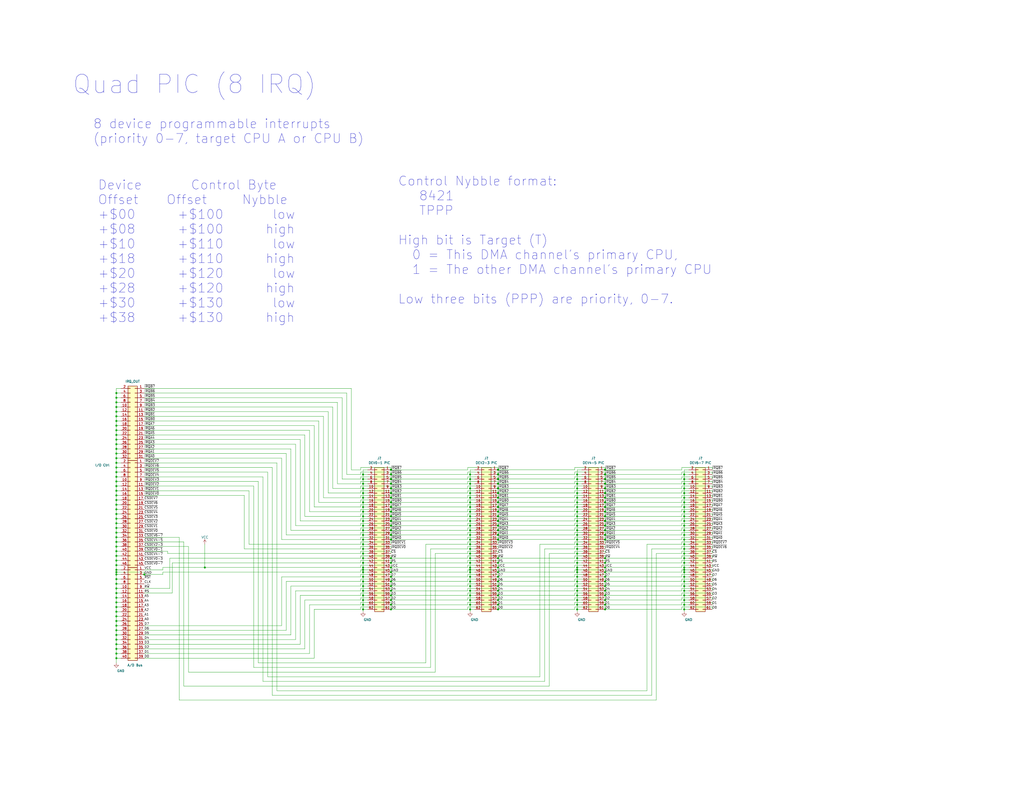
<source format=kicad_sch>
(kicad_sch (version 20211123) (generator eeschema)
  (paper "C")
  (junction (at 63.5 349.25))
  (junction (at 373.38 299.72))
  (junction (at 213.36 274.32))
  (junction (at 314.96 264.16))
  (junction (at 373.38 259.08))
  (junction (at 271.78 281.8866))
  (junction (at 213.36 266.7))
  (junction (at 213.36 266.6466))
  (junction (at 314.96 302.26))
  (junction (at 373.38 274.32))
  (junction (at 63.5 351.79))
  (junction (at 63.5 245.11))
  (junction (at 63.5 234.95))
  (junction (at 330.2 274.32))
  (junction (at 198.12 271.78))
  (junction (at 330.2 287.02))
  (junction (at 271.78 271.7266))
  (junction (at 256.54 276.86))
  (junction (at 198.12 266.7))
  (junction (at 198.12 322.58))
  (junction (at 198.12 332.74))
  (junction (at 256.54 312.42))
  (junction (at 330.2 289.5066))
  (junction (at 63.5 326.39))
  (junction (at 213.36 284.48))
  (junction (at 213.36 271.7266))
  (junction (at 213.36 330.2))
  (junction (at 271.78 286.9666))
  (junction (at 314.96 266.7))
  (junction (at 330.2 314.96))
  (junction (at 314.96 292.1))
  (junction (at 373.38 284.48))
  (junction (at 198.12 330.2))
  (junction (at 314.96 284.48))
  (junction (at 373.38 304.8))
  (junction (at 330.2 256.54))
  (junction (at 271.78 289.56))
  (junction (at 373.38 287.02))
  (junction (at 63.5 303.53))
  (junction (at 330.2 294.5866))
  (junction (at 314.96 322.58))
  (junction (at 330.2 261.62))
  (junction (at 330.2 266.7))
  (junction (at 314.96 276.86))
  (junction (at 63.5 252.73))
  (junction (at 198.12 292.1))
  (junction (at 314.96 261.62))
  (junction (at 271.78 294.64))
  (junction (at 63.5 222.25))
  (junction (at 256.54 325.12))
  (junction (at 330.2 281.8866))
  (junction (at 314.96 287.02))
  (junction (at 330.2 281.94))
  (junction (at 373.38 317.5))
  (junction (at 330.2 307.34))
  (junction (at 63.5 273.05))
  (junction (at 213.36 259.08))
  (junction (at 271.78 259.08))
  (junction (at 373.38 325.12))
  (junction (at 63.5 275.59))
  (junction (at 256.54 297.18))
  (junction (at 213.36 276.86))
  (junction (at 213.36 256.54))
  (junction (at 271.78 261.5666))
  (junction (at 314.96 269.24))
  (junction (at 63.5 323.85))
  (junction (at 330.2 279.3466))
  (junction (at 256.54 289.56))
  (junction (at 271.78 271.78))
  (junction (at 63.5 227.33))
  (junction (at 256.54 332.74))
  (junction (at 314.96 259.08))
  (junction (at 271.78 274.2666))
  (junction (at 63.5 344.17))
  (junction (at 330.2 264.16))
  (junction (at 213.36 292.0466))
  (junction (at 63.5 217.17))
  (junction (at 271.78 307.34))
  (junction (at 256.54 284.48))
  (junction (at 63.5 278.13))
  (junction (at 330.2 292.0466))
  (junction (at 198.12 274.32))
  (junction (at 63.5 316.23))
  (junction (at 256.54 287.02))
  (junction (at 213.36 271.78))
  (junction (at 198.12 307.34))
  (junction (at 314.96 289.56))
  (junction (at 330.2 292.1))
  (junction (at 63.5 321.31))
  (junction (at 330.2 330.2))
  (junction (at 198.12 284.48))
  (junction (at 330.2 279.4))
  (junction (at 198.12 281.94))
  (junction (at 271.78 292.1))
  (junction (at 198.12 259.08))
  (junction (at 213.36 322.58))
  (junction (at 63.5 295.91))
  (junction (at 213.36 284.4266))
  (junction (at 330.2 317.5))
  (junction (at 256.54 299.72))
  (junction (at 63.5 270.51))
  (junction (at 63.5 283.21))
  (junction (at 213.36 276.8066))
  (junction (at 213.36 281.94))
  (junction (at 271.78 312.42))
  (junction (at 63.5 224.79))
  (junction (at 271.78 309.88))
  (junction (at 198.12 289.56))
  (junction (at 213.36 304.8))
  (junction (at 213.36 314.96))
  (junction (at 198.12 279.4))
  (junction (at 198.12 325.12))
  (junction (at 314.96 279.4))
  (junction (at 330.2 271.78))
  (junction (at 373.38 294.64))
  (junction (at 63.5 247.65))
  (junction (at 373.38 312.42))
  (junction (at 256.54 281.94))
  (junction (at 63.5 237.49))
  (junction (at 63.5 240.03))
  (junction (at 198.12 314.96))
  (junction (at 256.54 294.64))
  (junction (at 63.5 280.67))
  (junction (at 198.12 264.16))
  (junction (at 373.38 327.66))
  (junction (at 330.2 266.6466))
  (junction (at 271.78 304.8))
  (junction (at 271.78 284.48))
  (junction (at 213.36 269.24))
  (junction (at 271.78 314.96))
  (junction (at 213.36 332.74))
  (junction (at 271.78 287.02))
  (junction (at 330.2 294.64))
  (junction (at 256.54 309.88))
  (junction (at 314.96 297.18))
  (junction (at 63.5 359.41))
  (junction (at 63.5 265.43))
  (junction (at 271.78 322.58))
  (junction (at 63.5 288.29))
  (junction (at 63.5 306.07))
  (junction (at 213.36 264.16))
  (junction (at 213.36 259.0266))
  (junction (at 63.5 242.57))
  (junction (at 373.38 322.58))
  (junction (at 330.2 327.66))
  (junction (at 271.78 332.74))
  (junction (at 213.36 289.56))
  (junction (at 213.36 261.5666))
  (junction (at 213.36 307.34))
  (junction (at 63.5 311.15))
  (junction (at 198.12 269.24))
  (junction (at 373.38 332.74))
  (junction (at 111.76 309.88))
  (junction (at 330.2 276.86))
  (junction (at 271.78 269.24))
  (junction (at 198.12 309.88))
  (junction (at 314.96 271.78))
  (junction (at 373.38 292.1))
  (junction (at 63.5 260.35))
  (junction (at 373.38 309.88))
  (junction (at 373.38 289.56))
  (junction (at 63.5 318.77))
  (junction (at 271.78 281.94))
  (junction (at 314.96 317.5))
  (junction (at 63.5 354.33))
  (junction (at 256.54 302.26))
  (junction (at 373.38 279.4))
  (junction (at 198.12 287.02))
  (junction (at 271.78 327.66))
  (junction (at 213.36 317.5))
  (junction (at 271.78 269.1866))
  (junction (at 330.2 325.12))
  (junction (at 256.54 327.66))
  (junction (at 198.12 302.26))
  (junction (at 373.38 297.18))
  (junction (at 63.5 285.75))
  (junction (at 330.2 289.56))
  (junction (at 271.78 284.4266))
  (junction (at 213.36 286.9666))
  (junction (at 314.96 311.15))
  (junction (at 198.12 320.04))
  (junction (at 373.38 271.78))
  (junction (at 271.78 320.04))
  (junction (at 63.5 339.09))
  (junction (at 373.38 320.04))
  (junction (at 213.36 292.1))
  (junction (at 271.78 256.54))
  (junction (at 256.54 264.16))
  (junction (at 330.2 332.74))
  (junction (at 198.12 327.66))
  (junction (at 63.5 356.87))
  (junction (at 198.12 311.15))
  (junction (at 373.38 269.24))
  (junction (at 213.36 320.04))
  (junction (at 256.54 271.78))
  (junction (at 271.78 266.7))
  (junction (at 198.12 304.8))
  (junction (at 213.36 261.62))
  (junction (at 314.96 304.8))
  (junction (at 256.54 304.8))
  (junction (at 63.5 313.69))
  (junction (at 330.2 286.9666))
  (junction (at 213.36 274.2666))
  (junction (at 63.5 312.42))
  (junction (at 271.78 259.0266))
  (junction (at 213.36 264.1066))
  (junction (at 330.2 284.4266))
  (junction (at 63.5 328.93))
  (junction (at 330.2 309.88))
  (junction (at 63.5 346.71))
  (junction (at 63.5 232.41))
  (junction (at 271.78 261.62))
  (junction (at 271.78 266.6466))
  (junction (at 271.78 292.0466))
  (junction (at 63.5 336.55))
  (junction (at 63.5 250.19))
  (junction (at 63.5 262.89))
  (junction (at 213.36 325.12))
  (junction (at 314.96 330.2))
  (junction (at 330.2 261.5666))
  (junction (at 256.54 292.1))
  (junction (at 63.5 229.87))
  (junction (at 63.5 257.81))
  (junction (at 63.5 334.01))
  (junction (at 373.38 261.62))
  (junction (at 314.96 294.64))
  (junction (at 330.2 259.08))
  (junction (at 256.54 311.15))
  (junction (at 330.2 269.1866))
  (junction (at 213.36 294.5866))
  (junction (at 256.54 320.04))
  (junction (at 63.5 214.63))
  (junction (at 373.38 314.96))
  (junction (at 330.2 276.8066))
  (junction (at 271.78 276.86))
  (junction (at 271.78 264.1066))
  (junction (at 63.5 298.45))
  (junction (at 373.38 330.2))
  (junction (at 314.96 309.88))
  (junction (at 330.2 274.2666))
  (junction (at 271.78 279.4))
  (junction (at 198.12 297.18))
  (junction (at 314.96 312.42))
  (junction (at 271.78 274.32))
  (junction (at 373.38 307.34))
  (junction (at 256.54 259.08))
  (junction (at 63.5 300.99))
  (junction (at 63.5 219.71))
  (junction (at 271.78 325.12))
  (junction (at 330.2 271.7266))
  (junction (at 198.12 261.62))
  (junction (at 198.12 294.64))
  (junction (at 314.96 299.72))
  (junction (at 213.36 312.42))
  (junction (at 63.5 341.63))
  (junction (at 330.2 320.04))
  (junction (at 256.54 266.7))
  (junction (at 271.78 330.2))
  (junction (at 330.2 259.0266))
  (junction (at 330.2 264.1066))
  (junction (at 314.96 320.04))
  (junction (at 256.54 314.96))
  (junction (at 314.96 327.66))
  (junction (at 63.5 255.27))
  (junction (at 256.54 274.32))
  (junction (at 198.12 276.86))
  (junction (at 314.96 307.34))
  (junction (at 213.36 289.5066))
  (junction (at 63.5 308.61))
  (junction (at 271.78 276.8066))
  (junction (at 63.5 267.97))
  (junction (at 373.38 311.15))
  (junction (at 63.5 290.83))
  (junction (at 271.78 289.5066))
  (junction (at 198.12 312.42))
  (junction (at 271.78 264.16))
  (junction (at 213.36 327.66))
  (junction (at 198.12 299.72))
  (junction (at 330.2 312.42))
  (junction (at 314.96 314.96))
  (junction (at 373.38 276.86))
  (junction (at 271.78 256.4866))
  (junction (at 256.54 261.62))
  (junction (at 213.36 279.3466))
  (junction (at 373.38 266.7))
  (junction (at 213.36 269.1866))
  (junction (at 256.54 307.34))
  (junction (at 256.54 317.5))
  (junction (at 373.38 302.26))
  (junction (at 213.36 281.8866))
  (junction (at 198.12 317.5))
  (junction (at 314.96 325.12))
  (junction (at 256.54 330.2))
  (junction (at 63.5 293.37))
  (junction (at 213.36 256.4866))
  (junction (at 256.54 279.4))
  (junction (at 271.78 279.3466))
  (junction (at 330.2 256.4866))
  (junction (at 330.2 322.58))
  (junction (at 256.54 322.58))
  (junction (at 213.36 309.88))
  (junction (at 271.78 317.5))
  (junction (at 373.38 264.16))
  (junction (at 78.74 313.69))
  (junction (at 330.2 304.8))
  (junction (at 213.36 287.02))
  (junction (at 63.5 331.47))
  (junction (at 330.2 269.24))
  (junction (at 373.38 281.94))
  (junction (at 314.96 274.32))
  (junction (at 330.2 284.48))
  (junction (at 314.96 281.94))
  (junction (at 213.36 294.64))
  (junction (at 314.96 332.74))
  (junction (at 256.54 269.24))
  (junction (at 271.78 294.5866))
  (junction (at 213.36 279.4))
  (wire (pts (xy 138.43 364.49) (xy 234.95 364.49)))
  (wire (pts (xy 330.2 261.62) (xy 372.11 261.62)))
  (wire (pts (xy 388.62 275.59) (xy 388.62 276.86)))
  (wire (pts (xy 213.36 325.12) (xy 255.27 325.12)))
  (wire (pts (xy 330.2 307.34) (xy 372.11 307.34)))
  (wire (pts (xy 314.96 276.86) (xy 317.5 276.86)))
  (wire (pts (xy 373.38 311.15) (xy 388.62 311.15)))
  (wire (pts (xy 196.85 256.54) (xy 191.77 256.54)))
  (wire (pts (xy 388.62 267.97) (xy 388.62 269.24)))
  (wire (pts (xy 196.85 328.93) (xy 213.36 328.93)))
  (wire (pts (xy 271.78 304.8) (xy 313.69 304.8)))
  (wire (pts (xy 373.38 314.96) (xy 375.92 314.96)))
  (wire (pts (xy 63.5 344.17) (xy 66.04 344.17)))
  (wire (pts (xy 256.54 332.74) (xy 259.08 332.74)))
  (wire (pts (xy 372.11 281.94) (xy 372.11 280.67)))
  (wire (pts (xy 196.85 260.35) (xy 213.36 260.35)))
  (wire (pts (xy 271.78 284.4266) (xy 271.78 284.48)))
  (wire (pts (xy 63.5 222.25) (xy 63.5 224.79)))
  (wire (pts (xy 63.5 359.41) (xy 66.04 359.41)))
  (wire (pts (xy 271.78 259.0266) (xy 313.69 259.0266)))
  (wire (pts (xy 330.2 300.99) (xy 330.2 302.26)))
  (wire (pts (xy 63.5 312.42) (xy 78.74 312.42)))
  (wire (pts (xy 213.36 264.16) (xy 255.27 264.16)))
  (wire (pts (xy 271.78 275.59) (xy 271.78 276.8066)))
  (wire (pts (xy 78.74 313.69) (xy 88.9 313.69)))
  (wire (pts (xy 313.69 300.99) (xy 330.2 300.99)))
  (wire (pts (xy 314.96 271.78) (xy 314.96 274.32)))
  (wire (pts (xy 256.54 271.78) (xy 256.54 274.32)))
  (wire (pts (xy 372.11 299.72) (xy 372.11 298.45)))
  (wire (pts (xy 78.74 260.35) (xy 143.51 260.35)))
  (wire (pts (xy 63.5 316.23) (xy 63.5 318.77)))
  (wire (pts (xy 198.12 261.62) (xy 200.66 261.62)))
  (wire (pts (xy 313.69 304.8) (xy 313.69 303.53)))
  (wire (pts (xy 63.5 217.17) (xy 66.04 217.17)))
  (wire (pts (xy 198.12 271.78) (xy 200.66 271.78)))
  (wire (pts (xy 372.11 328.93) (xy 388.62 328.93)))
  (wire (pts (xy 63.5 285.75) (xy 63.5 288.29)))
  (wire (pts (xy 63.5 257.81) (xy 66.04 257.81)))
  (wire (pts (xy 372.11 262.89) (xy 388.62 262.89)))
  (wire (pts (xy 213.36 269.24) (xy 255.27 269.24)))
  (wire (pts (xy 372.11 276.86) (xy 372.11 275.59)))
  (wire (pts (xy 213.36 264.1066) (xy 213.36 264.16)))
  (wire (pts (xy 271.78 295.91) (xy 271.78 297.18)))
  (wire (pts (xy 330.2 272.9966) (xy 330.2 274.2666)))
  (wire (pts (xy 63.5 262.89) (xy 66.04 262.89)))
  (wire (pts (xy 313.69 269.1866) (xy 313.69 267.9166)))
  (wire (pts (xy 271.78 267.97) (xy 271.78 269.1866)))
  (wire (pts (xy 313.69 292.0466) (xy 313.69 290.7766)))
  (wire (pts (xy 314.96 287.02) (xy 314.96 289.56)))
  (wire (pts (xy 314.96 297.18) (xy 317.5 297.18)))
  (wire (pts (xy 196.85 264.16) (xy 184.15 264.16)))
  (wire (pts (xy 63.5 234.95) (xy 66.04 234.95)))
  (wire (pts (xy 196.85 266.7) (xy 181.61 266.7)))
  (wire (pts (xy 372.11 313.69) (xy 388.62 313.69)))
  (wire (pts (xy 196.85 308.61) (xy 213.36 308.61)))
  (wire (pts (xy 196.85 331.47) (xy 213.36 331.47)))
  (wire (pts (xy 372.11 255.27) (xy 388.62 255.27)))
  (wire (pts (xy 314.96 325.12) (xy 314.96 327.66)))
  (wire (pts (xy 198.12 299.72) (xy 198.12 302.26)))
  (wire (pts (xy 255.27 323.85) (xy 271.78 323.85)))
  (wire (pts (xy 373.38 259.08) (xy 375.92 259.08)))
  (wire (pts (xy 271.78 274.2666) (xy 313.69 274.2666)))
  (wire (pts (xy 372.11 322.58) (xy 372.11 321.31)))
  (wire (pts (xy 313.69 278.0766) (xy 330.2 278.0766)))
  (wire (pts (xy 256.54 294.64) (xy 259.08 294.64)))
  (wire (pts (xy 213.36 308.61) (xy 213.36 309.88)))
  (wire (pts (xy 330.2 287.02) (xy 372.11 287.02)))
  (wire (pts (xy 198.12 312.42) (xy 200.66 312.42)))
  (wire (pts (xy 196.85 280.67) (xy 213.36 280.67)))
  (wire (pts (xy 63.5 300.99) (xy 63.5 303.53)))
  (wire (pts (xy 255.27 288.29) (xy 271.78 288.29)))
  (wire (pts (xy 198.12 271.78) (xy 198.12 274.32)))
  (wire (pts (xy 196.85 299.72) (xy 133.35 299.72)))
  (wire (pts (xy 196.85 279.4) (xy 196.85 278.13)))
  (wire (pts (xy 330.2 284.48) (xy 372.11 284.48)))
  (wire (pts (xy 271.78 286.9666) (xy 271.78 287.02)))
  (wire (pts (xy 196.85 274.32) (xy 196.85 273.05)))
  (wire (pts (xy 372.11 332.74) (xy 372.11 331.47)))
  (wire (pts (xy 213.36 270.51) (xy 213.36 271.7266)))
  (wire (pts (xy 78.74 356.87) (xy 168.91 356.87)))
  (wire (pts (xy 314.96 264.16) (xy 317.5 264.16)))
  (wire (pts (xy 373.38 256.54) (xy 373.38 259.08)))
  (wire (pts (xy 78.74 222.25) (xy 181.61 222.25)))
  (wire (pts (xy 237.49 302.26) (xy 255.27 302.26)))
  (wire (pts (xy 372.11 292.1) (xy 372.11 290.83)))
  (wire (pts (xy 314.96 309.88) (xy 314.96 311.15)))
  (wire (pts (xy 196.85 261.62) (xy 196.85 260.35)))
  (wire (pts (xy 372.11 261.62) (xy 372.11 260.35)))
  (wire (pts (xy 330.2 265.3766) (xy 330.2 266.6466)))
  (wire (pts (xy 330.2 260.2966) (xy 330.2 261.5666)))
  (wire (pts (xy 63.5 245.11) (xy 63.5 247.65)))
  (wire (pts (xy 388.62 262.89) (xy 388.62 264.16)))
  (wire (pts (xy 78.74 354.33) (xy 166.37 354.33)))
  (wire (pts (xy 63.5 219.71) (xy 63.5 222.25)))
  (wire (pts (xy 271.78 321.31) (xy 271.78 322.58)))
  (wire (pts (xy 255.27 292.1) (xy 255.27 290.83)))
  (wire (pts (xy 213.36 290.83) (xy 213.36 292.0466)))
  (wire (pts (xy 196.85 290.83) (xy 213.36 290.83)))
  (wire (pts (xy 196.85 287.02) (xy 196.85 285.75)))
  (wire (pts (xy 256.54 279.4) (xy 256.54 281.94)))
  (wire (pts (xy 153.67 250.19) (xy 153.67 294.64)))
  (wire (pts (xy 373.38 327.66) (xy 373.38 330.2)))
  (wire (pts (xy 373.38 330.2) (xy 373.38 332.74)))
  (wire (pts (xy 196.85 314.96) (xy 196.85 313.69)))
  (wire (pts (xy 372.11 259.08) (xy 372.11 257.81)))
  (wire (pts (xy 388.62 288.29) (xy 388.62 289.56)))
  (wire (pts (xy 314.96 266.7) (xy 314.96 269.24)))
  (wire (pts (xy 373.38 271.78) (xy 375.92 271.78)))
  (wire (pts (xy 313.69 279.3466) (xy 313.69 278.0766)))
  (wire (pts (xy 373.38 332.74) (xy 375.92 332.74)))
  (wire (pts (xy 313.69 270.4566) (xy 330.2 270.4566)))
  (wire (pts (xy 196.85 306.07) (xy 213.36 306.07)))
  (wire (pts (xy 198.12 264.16) (xy 198.12 266.7)))
  (wire (pts (xy 313.69 283.1566) (xy 330.2 283.1566)))
  (wire (pts (xy 373.38 281.94) (xy 373.38 284.48)))
  (wire (pts (xy 63.5 234.95) (xy 63.5 237.49)))
  (wire (pts (xy 63.5 344.17) (xy 63.5 346.71)))
  (wire (pts (xy 256.54 299.72) (xy 259.08 299.72)))
  (wire (pts (xy 213.36 323.85) (xy 213.36 325.12)))
  (wire (pts (xy 78.74 312.42) (xy 78.74 313.69)))
  (wire (pts (xy 88.9 312.42) (xy 88.9 313.69)))
  (wire (pts (xy 196.85 270.51) (xy 213.36 270.51)))
  (wire (pts (xy 271.78 311.15) (xy 271.78 312.42)))
  (wire (pts (xy 63.5 290.83) (xy 63.5 293.37)))
  (wire (pts (xy 256.54 266.7) (xy 259.08 266.7)))
  (wire (pts (xy 271.78 306.07) (xy 271.78 307.34)))
  (wire (pts (xy 63.5 351.79) (xy 66.04 351.79)))
  (wire (pts (xy 198.12 279.4) (xy 198.12 281.94)))
  (wire (pts (xy 213.36 260.35) (xy 213.36 261.5666)))
  (wire (pts (xy 232.41 361.95) (xy 232.41 297.18)))
  (wire (pts (xy 330.2 270.4566) (xy 330.2 271.7266)))
  (wire (pts (xy 198.12 266.7) (xy 198.12 269.24)))
  (wire (pts (xy 213.36 256.4866) (xy 213.36 256.54)))
  (wire (pts (xy 271.78 278.13) (xy 271.78 279.3466)))
  (wire (pts (xy 143.51 372.11) (xy 297.18 372.11)))
  (wire (pts (xy 198.12 287.02) (xy 200.66 287.02)))
  (wire (pts (xy 256.54 297.18) (xy 259.08 297.18)))
  (wire (pts (xy 330.2 321.31) (xy 330.2 322.58)))
  (wire (pts (xy 63.5 334.01) (xy 66.04 334.01)))
  (wire (pts (xy 330.2 292.1) (xy 372.11 292.1)))
  (wire (pts (xy 271.78 255.27) (xy 271.78 256.4866)))
  (wire (pts (xy 161.29 242.57) (xy 161.29 287.02)))
  (wire (pts (xy 372.11 278.13) (xy 388.62 278.13)))
  (wire (pts (xy 313.69 297.18) (xy 313.69 295.91)))
  (wire (pts (xy 330.2 332.74) (xy 372.11 332.74)))
  (wire (pts (xy 213.36 298.45) (xy 213.36 299.72)))
  (wire (pts (xy 294.64 297.18) (xy 313.69 297.18)))
  (wire (pts (xy 373.38 322.58) (xy 375.92 322.58)))
  (wire (pts (xy 313.69 257.7566) (xy 330.2 257.7566)))
  (wire (pts (xy 100.33 374.65) (xy 299.72 374.65)))
  (wire (pts (xy 198.12 261.62) (xy 198.12 264.16)))
  (wire (pts (xy 198.12 284.48) (xy 200.66 284.48)))
  (wire (pts (xy 213.36 289.5066) (xy 213.36 289.56)))
  (wire (pts (xy 314.96 281.94) (xy 317.5 281.94)))
  (wire (pts (xy 63.5 323.85) (xy 66.04 323.85)))
  (wire (pts (xy 256.54 264.16) (xy 259.08 264.16)))
  (wire (pts (xy 314.96 332.74) (xy 317.5 332.74)))
  (wire (pts (xy 256.54 289.56) (xy 256.54 292.1)))
  (wire (pts (xy 196.85 321.31) (xy 213.36 321.31)))
  (wire (pts (xy 198.12 256.54) (xy 200.66 256.54)))
  (wire (pts (xy 198.12 309.88) (xy 200.66 309.88)))
  (wire (pts (xy 271.78 281.8866) (xy 313.69 281.8866)))
  (wire (pts (xy 313.69 321.31) (xy 330.2 321.31)))
  (wire (pts (xy 63.5 278.13) (xy 63.5 280.67)))
  (wire (pts (xy 63.5 354.33) (xy 66.04 354.33)))
  (wire (pts (xy 373.38 292.1) (xy 375.92 292.1)))
  (wire (pts (xy 78.74 250.19) (xy 153.67 250.19)))
  (wire (pts (xy 330.2 288.2366) (xy 330.2 289.5066)))
  (wire (pts (xy 198.12 314.96) (xy 200.66 314.96)))
  (wire (pts (xy 133.35 299.72) (xy 133.35 270.51)))
  (wire (pts (xy 256.54 269.24) (xy 256.54 271.78)))
  (wire (pts (xy 63.5 242.57) (xy 63.5 245.11)))
  (wire (pts (xy 198.12 287.02) (xy 198.12 289.56)))
  (wire (pts (xy 63.5 285.75) (xy 66.04 285.75)))
  (wire (pts (xy 213.36 255.27) (xy 213.36 256.4866)))
  (wire (pts (xy 196.85 318.77) (xy 213.36 318.77)))
  (wire (pts (xy 255.27 330.2) (xy 255.27 328.93)))
  (wire (pts (xy 256.54 322.58) (xy 259.08 322.58)))
  (wire (pts (xy 78.74 217.17) (xy 186.69 217.17)))
  (wire (pts (xy 179.07 269.24) (xy 179.07 224.79)))
  (wire (pts (xy 63.5 260.35) (xy 66.04 260.35)))
  (wire (pts (xy 255.27 274.32) (xy 255.27 273.05)))
  (wire (pts (xy 314.96 256.54) (xy 317.5 256.54)))
  (wire (pts (xy 271.78 300.99) (xy 271.78 302.26)))
  (wire (pts (xy 213.36 262.89) (xy 213.36 264.1066)))
  (wire (pts (xy 256.54 276.86) (xy 256.54 279.4)))
  (wire (pts (xy 313.69 265.3766) (xy 330.2 265.3766)))
  (wire (pts (xy 196.85 279.4) (xy 168.91 279.4)))
  (wire (pts (xy 198.12 292.1) (xy 198.12 294.64)))
  (wire (pts (xy 314.96 266.7) (xy 317.5 266.7)))
  (wire (pts (xy 213.36 328.93) (xy 213.36 330.2)))
  (wire (pts (xy 63.5 250.19) (xy 66.04 250.19)))
  (wire (pts (xy 198.12 297.18) (xy 200.66 297.18)))
  (wire (pts (xy 373.38 264.16) (xy 375.92 264.16)))
  (wire (pts (xy 330.2 275.5366) (xy 330.2 276.8066)))
  (wire (pts (xy 313.69 299.72) (xy 313.69 298.45)))
  (wire (pts (xy 213.36 294.64) (xy 255.27 294.64)))
  (wire (pts (xy 196.85 275.59) (xy 213.36 275.59)))
  (wire (pts (xy 198.12 309.88) (xy 198.12 311.15)))
  (wire (pts (xy 373.38 309.88) (xy 373.38 311.15)))
  (wire (pts (xy 63.5 232.41) (xy 66.04 232.41)))
  (wire (pts (xy 256.54 320.04) (xy 259.08 320.04)))
  (wire (pts (xy 372.11 280.67) (xy 388.62 280.67)))
  (wire (pts (xy 213.36 306.07) (xy 213.36 307.34)))
  (wire (pts (xy 213.36 311.15) (xy 213.36 312.42)))
  (wire (pts (xy 314.96 261.62) (xy 317.5 261.62)))
  (wire (pts (xy 330.2 309.88) (xy 372.11 309.88)))
  (wire (pts (xy 213.36 279.4) (xy 255.27 279.4)))
  (wire (pts (xy 63.5 306.07) (xy 66.04 306.07)))
  (wire (pts (xy 78.74 219.71) (xy 184.15 219.71)))
  (wire (pts (xy 255.27 317.5) (xy 255.27 316.23)))
  (wire (pts (xy 196.85 287.02) (xy 161.29 287.02)))
  (wire (pts (xy 255.27 275.59) (xy 271.78 275.59)))
  (wire (pts (xy 271.78 294.5866) (xy 313.69 294.5866)))
  (wire (pts (xy 271.78 279.3466) (xy 271.78 279.4)))
  (wire (pts (xy 198.12 312.42) (xy 198.12 314.96)))
  (wire (pts (xy 373.38 259.08) (xy 373.38 261.62)))
  (wire (pts (xy 256.54 297.18) (xy 256.54 299.72)))
  (wire (pts (xy 196.85 292.1) (xy 156.21 292.1)))
  (wire (pts (xy 314.96 274.32) (xy 317.5 274.32)))
  (wire (pts (xy 314.96 264.16) (xy 314.96 266.7)))
  (wire (pts (xy 330.2 328.93) (xy 330.2 330.2)))
  (wire (pts (xy 198.12 327.66) (xy 198.12 330.2)))
  (wire (pts (xy 158.75 320.04) (xy 158.75 346.71)))
  (wire (pts (xy 313.69 302.26) (xy 313.69 300.99)))
  (wire (pts (xy 373.38 287.02) (xy 373.38 289.56)))
  (wire (pts (xy 153.67 314.96) (xy 153.67 341.63)))
  (wire (pts (xy 256.54 259.08) (xy 256.54 261.62)))
  (wire (pts (xy 271.78 279.3466) (xy 313.69 279.3466)))
  (wire (pts (xy 91.44 302.26) (xy 196.85 302.26)))
  (wire (pts (xy 314.96 289.56) (xy 317.5 289.56)))
  (wire (pts (xy 313.69 274.2666) (xy 313.69 272.9966)))
  (wire (pts (xy 63.5 349.25) (xy 63.5 351.79)))
  (wire (pts (xy 255.27 276.86) (xy 255.27 275.59)))
  (wire (pts (xy 196.85 322.58) (xy 161.29 322.58)))
  (wire (pts (xy 271.78 290.83) (xy 271.78 292.0466)))
  (wire (pts (xy 271.78 261.5666) (xy 271.78 261.62)))
  (wire (pts (xy 256.54 292.1) (xy 259.08 292.1)))
  (wire (pts (xy 196.85 325.12) (xy 163.83 325.12)))
  (wire (pts (xy 63.5 273.05) (xy 63.5 275.59)))
  (wire (pts (xy 372.11 266.7) (xy 372.11 265.43)))
  (wire (pts (xy 256.54 289.56) (xy 259.08 289.56)))
  (wire (pts (xy 63.5 298.45) (xy 66.04 298.45)))
  (wire (pts (xy 78.74 293.37) (xy 97.79 293.37)))
  (wire (pts (xy 255.27 322.58) (xy 255.27 321.31)))
  (wire (pts (xy 271.78 271.7266) (xy 271.78 271.78)))
  (wire (pts (xy 196.85 255.27) (xy 213.36 255.27)))
  (wire (pts (xy 256.54 327.66) (xy 259.08 327.66)))
  (wire (pts (xy 151.13 377.19) (xy 353.06 377.19)))
  (wire (pts (xy 63.5 300.99) (xy 66.04 300.99)))
  (wire (pts (xy 256.54 274.32) (xy 259.08 274.32)))
  (wire (pts (xy 213.36 266.6466) (xy 213.36 266.7)))
  (wire (pts (xy 213.36 320.04) (xy 255.27 320.04)))
  (wire (pts (xy 63.5 217.17) (xy 63.5 219.71)))
  (wire (pts (xy 78.74 255.27) (xy 148.59 255.27)))
  (wire (pts (xy 198.12 297.18) (xy 198.12 299.72)))
  (wire (pts (xy 198.12 259.08) (xy 198.12 261.62)))
  (wire (pts (xy 237.49 367.03) (xy 237.49 302.26)))
  (wire (pts (xy 271.78 259.0266) (xy 271.78 259.08)))
  (wire (pts (xy 256.54 281.94) (xy 256.54 284.48)))
  (wire (pts (xy 271.78 307.34) (xy 313.69 307.34)))
  (wire (pts (xy 373.38 297.18) (xy 375.92 297.18)))
  (wire (pts (xy 256.54 327.66) (xy 256.54 330.2)))
  (wire (pts (xy 373.38 309.88) (xy 375.92 309.88)))
  (wire (pts (xy 196.85 262.89) (xy 213.36 262.89)))
  (wire (pts (xy 373.38 320.04) (xy 375.92 320.04)))
  (wire (pts (xy 63.5 212.09) (xy 63.5 214.63)))
  (wire (pts (xy 198.12 264.16) (xy 200.66 264.16)))
  (wire (pts (xy 78.74 344.17) (xy 156.21 344.17)))
  (wire (pts (xy 213.36 298.45) (xy 196.85 298.45)))
  (wire (pts (xy 63.5 275.59) (xy 63.5 278.13)))
  (wire (pts (xy 213.36 257.81) (xy 213.36 259.0266)))
  (wire (pts (xy 373.38 325.12) (xy 375.92 325.12)))
  (wire (pts (xy 196.9435 297.18) (xy 196.9435 295.91)))
  (wire (pts (xy 271.78 314.96) (xy 313.69 314.96)))
  (wire (pts (xy 213.36 259.0266) (xy 213.36 259.08)))
  (wire (pts (xy 255.27 256.54) (xy 255.27 255.27)))
  (wire (pts (xy 330.2 313.69) (xy 330.2 314.96)))
  (wire (pts (xy 313.69 293.3166) (xy 330.2 293.3166)))
  (wire (pts (xy 271.78 322.58) (xy 313.69 322.58)))
  (wire (pts (xy 186.69 261.62) (xy 186.69 217.17)))
  (wire (pts (xy 271.78 289.5066) (xy 271.78 289.56)))
  (wire (pts (xy 271.78 256.4866) (xy 313.69 256.4866)))
  (wire (pts (xy 271.78 313.69) (xy 271.78 314.96)))
  (wire (pts (xy 63.5 346.71) (xy 63.5 349.25)))
  (wire (pts (xy 63.5 336.55) (xy 66.04 336.55)))
  (wire (pts (xy 313.69 272.9966) (xy 330.2 272.9966)))
  (wire (pts (xy 373.38 317.5) (xy 373.38 320.04)))
  (wire (pts (xy 372.11 283.21) (xy 388.62 283.21)))
  (wire (pts (xy 198.12 304.8) (xy 200.66 304.8)))
  (wire (pts (xy 63.5 293.37) (xy 66.04 293.37)))
  (wire (pts (xy 143.51 260.35) (xy 143.51 372.11)))
  (wire (pts (xy 198.12 276.86) (xy 200.66 276.86)))
  (wire (pts (xy 256.54 292.1) (xy 256.54 294.64)))
  (wire (pts (xy 255.27 316.23) (xy 271.78 316.23)))
  (wire (pts (xy 63.5 298.45) (xy 63.5 300.99)))
  (wire (pts (xy 372.11 269.24) (xy 372.11 267.97)))
  (wire (pts (xy 156.21 317.5) (xy 156.21 344.17)))
  (wire (pts (xy 271.78 330.2) (xy 313.69 330.2)))
  (wire (pts (xy 271.78 303.53) (xy 271.78 304.8)))
  (wire (pts (xy 213.36 287.02) (xy 255.27 287.02)))
  (wire (pts (xy 213.36 261.62) (xy 255.27 261.62)))
  (wire (pts (xy 196.85 314.96) (xy 153.67 314.96)))
  (wire (pts (xy 388.62 270.51) (xy 388.62 271.78)))
  (wire (pts (xy 213.36 269.1866) (xy 213.36 269.24)))
  (wire (pts (xy 313.69 323.85) (xy 330.2 323.85)))
  (wire (pts (xy 388.62 300.99) (xy 388.62 302.26)))
  (wire (pts (xy 198.12 317.5) (xy 200.66 317.5)))
  (wire (pts (xy 330.2 256.54) (xy 372.11 256.54)))
  (wire (pts (xy 198.12 269.24) (xy 198.12 271.78)))
  (wire (pts (xy 63.5 255.27) (xy 66.04 255.27)))
  (wire (pts (xy 63.5 341.63) (xy 66.04 341.63)))
  (wire (pts (xy 198.12 299.72) (xy 200.66 299.72)))
  (wire (pts (xy 256.54 330.2) (xy 259.08 330.2)))
  (wire (pts (xy 256.54 274.32) (xy 256.54 276.86)))
  (wire (pts (xy 255.27 297.18) (xy 255.27 295.91)))
  (wire (pts (xy 78.74 311.15) (xy 88.9 311.15)))
  (wire (pts (xy 255.27 304.8) (xy 255.27 303.53)))
  (wire (pts (xy 196.85 283.21) (xy 213.36 283.21)))
  (wire (pts (xy 63.5 356.87) (xy 63.5 359.41)))
  (wire (pts (xy 372.11 312.42) (xy 372.11 311.15)))
  (wire (pts (xy 388.62 328.93) (xy 388.62 330.2)))
  (wire (pts (xy 314.96 330.2) (xy 314.96 332.74)))
  (wire (pts (xy 314.96 304.8) (xy 317.5 304.8)))
  (wire (pts (xy 63.5 311.15) (xy 63.5 312.42)))
  (wire (pts (xy 256.54 299.72) (xy 256.54 302.26)))
  (wire (pts (xy 213.36 327.66) (xy 255.27 327.66)))
  (wire (pts (xy 373.38 292.1) (xy 373.38 294.64)))
  (wire (pts (xy 330.2 294.64) (xy 372.11 294.64)))
  (wire (pts (xy 97.79 382.27) (xy 358.14 382.27)))
  (wire (pts (xy 372.11 306.07) (xy 388.62 306.07)))
  (wire (pts (xy 271.78 326.39) (xy 271.78 327.66)))
  (wire (pts (xy 313.69 317.5) (xy 313.69 316.23)))
  (wire (pts (xy 196.85 274.32) (xy 173.99 274.32)))
  (wire (pts (xy 63.5 339.09) (xy 66.04 339.09)))
  (wire (pts (xy 213.36 292.1) (xy 255.27 292.1)))
  (wire (pts (xy 314.96 269.24) (xy 317.5 269.24)))
  (wire (pts (xy 63.5 245.11) (xy 66.04 245.11)))
  (wire (pts (xy 92.71 304.8) (xy 196.85 304.8)))
  (wire (pts (xy 256.54 311.15) (xy 271.78 311.15)))
  (wire (pts (xy 78.74 212.09) (xy 191.77 212.09)))
  (wire (pts (xy 313.69 320.04) (xy 313.69 318.77)))
  (wire (pts (xy 372.11 307.34) (xy 372.11 306.07)))
  (wire (pts (xy 168.91 330.2) (xy 168.91 356.87)))
  (wire (pts (xy 388.62 280.67) (xy 388.62 281.94)))
  (wire (pts (xy 271.78 288.29) (xy 271.78 289.5066)))
  (wire (pts (xy 271.78 318.77) (xy 271.78 320.04)))
  (wire (pts (xy 313.69 311.15) (xy 314.96 311.15)))
  (wire (pts (xy 271.78 264.1066) (xy 271.78 264.16)))
  (wire (pts (xy 63.5 227.33) (xy 66.04 227.33)))
  (wire (pts (xy 372.11 290.83) (xy 388.62 290.83)))
  (wire (pts (xy 313.69 318.77) (xy 330.2 318.77)))
  (wire (pts (xy 314.96 307.34) (xy 317.5 307.34)))
  (wire (pts (xy 255.27 255.27) (xy 271.78 255.27)))
  (wire (pts (xy 213.36 326.39) (xy 213.36 327.66)))
  (wire (pts (xy 314.96 317.5) (xy 314.96 320.04)))
  (wire (pts (xy 313.69 256.4866) (xy 313.69 255.2166)))
  (wire (pts (xy 255.27 271.78) (xy 255.27 270.51)))
  (wire (pts (xy 314.96 325.12) (xy 317.5 325.12)))
  (wire (pts (xy 63.5 306.07) (xy 63.5 308.61)))
  (wire (pts (xy 355.6 299.72) (xy 372.11 299.72)))
  (wire (pts (xy 388.62 293.37) (xy 388.62 294.64)))
  (wire (pts (xy 330.2 267.9166) (xy 330.2 269.1866)))
  (wire (pts (xy 314.96 309.88) (xy 317.5 309.88)))
  (wire (pts (xy 271.78 285.75) (xy 271.78 286.9666)))
  (wire (pts (xy 78.74 300.99) (xy 91.44 300.99)))
  (wire (pts (xy 213.36 312.42) (xy 255.27 312.42)))
  (wire (pts (xy 372.11 289.56) (xy 372.11 288.29)))
  (wire (pts (xy 78.74 346.71) (xy 158.75 346.71)))
  (wire (pts (xy 255.27 320.04) (xy 255.27 318.77)))
  (wire (pts (xy 373.38 327.66) (xy 375.92 327.66)))
  (wire (pts (xy 198.12 322.58) (xy 198.12 325.12)))
  (wire (pts (xy 196.85 256.54) (xy 196.85 255.27)))
  (wire (pts (xy 256.54 311.15) (xy 256.54 312.42)))
  (wire (pts (xy 196.85 276.86) (xy 196.85 275.59)))
  (wire (pts (xy 63.5 275.59) (xy 66.04 275.59)))
  (wire (pts (xy 373.38 304.8) (xy 373.38 307.34)))
  (wire (pts (xy 146.05 257.81) (xy 146.05 369.57)))
  (wire (pts (xy 63.5 252.73) (xy 66.04 252.73)))
  (wire (pts (xy 388.62 311.15) (xy 388.62 312.42)))
  (wire (pts (xy 373.38 274.32) (xy 373.38 276.86)))
  (wire (pts (xy 93.98 307.34) (xy 196.85 307.34)))
  (wire (pts (xy 78.74 262.89) (xy 140.97 262.89)))
  (wire (pts (xy 372.11 297.18) (xy 372.11 295.91)))
  (wire (pts (xy 196.85 300.99) (xy 213.36 300.99)))
  (wire (pts (xy 78.74 227.33) (xy 176.53 227.33)))
  (wire (pts (xy 198.12 274.32) (xy 198.12 276.86)))
  (wire (pts (xy 166.37 327.66) (xy 166.37 354.33)))
  (wire (pts (xy 138.43 265.43) (xy 138.43 364.49)))
  (wire (pts (xy 198.12 307.34) (xy 200.66 307.34)))
  (wire (pts (xy 256.54 281.94) (xy 259.08 281.94)))
  (wire (pts (xy 314.96 332.74) (xy 314.96 334.01)))
  (wire (pts (xy 256.54 304.8) (xy 259.08 304.8)))
  (wire (pts (xy 78.74 224.79) (xy 179.07 224.79)))
  (wire (pts (xy 271.78 298.45) (xy 271.78 299.72)))
  (wire (pts (xy 213.36 332.74) (xy 255.27 332.74)))
  (wire (pts (xy 213.36 278.13) (xy 213.36 279.3466)))
  (wire (pts (xy 198.12 325.12) (xy 200.66 325.12)))
  (wire (pts (xy 256.54 259.08) (xy 259.08 259.08)))
  (wire (pts (xy 78.74 245.11) (xy 158.75 245.11)))
  (wire (pts (xy 135.89 267.97) (xy 135.89 297.18)))
  (wire (pts (xy 198.12 307.34) (xy 198.12 309.88)))
  (wire (pts (xy 314.96 307.34) (xy 314.96 309.88)))
  (wire (pts (xy 314.96 284.48) (xy 317.5 284.48)))
  (wire (pts (xy 196.85 327.66) (xy 166.37 327.66)))
  (wire (pts (xy 198.12 314.96) (xy 198.12 317.5)))
  (wire (pts (xy 388.62 323.85) (xy 388.62 325.12)))
  (wire (pts (xy 161.29 322.58) (xy 161.29 349.25)))
  (wire (pts (xy 372.11 295.91) (xy 388.62 295.91)))
  (wire (pts (xy 314.96 322.58) (xy 314.96 325.12)))
  (wire (pts (xy 63.5 321.31) (xy 63.5 323.85)))
  (wire (pts (xy 255.27 318.77) (xy 271.78 318.77)))
  (wire (pts (xy 63.5 321.31) (xy 66.04 321.31)))
  (wire (pts (xy 314.96 312.42) (xy 314.96 314.96)))
  (wire (pts (xy 314.96 289.56) (xy 314.96 292.1)))
  (wire (pts (xy 313.69 290.7766) (xy 330.2 290.7766)))
  (wire (pts (xy 313.69 325.12) (xy 313.69 323.85)))
  (wire (pts (xy 372.11 303.53) (xy 388.62 303.53)))
  (wire (pts (xy 372.11 325.12) (xy 372.11 323.85)))
  (wire (pts (xy 271.78 260.35) (xy 271.78 261.5666)))
  (wire (pts (xy 213.36 309.88) (xy 255.27 309.88)))
  (wire (pts (xy 314.96 311.15) (xy 330.2 311.15)))
  (wire (pts (xy 213.36 303.53) (xy 213.36 304.8)))
  (wire (pts (xy 388.62 303.53) (xy 388.62 304.8)))
  (wire (pts (xy 97.79 293.37) (xy 97.79 382.27)))
  (wire (pts (xy 196.9435 295.91) (xy 213.36 295.91)))
  (wire (pts (xy 198.12 320.04) (xy 200.66 320.04)))
  (wire (pts (xy 330.2 295.91) (xy 330.2 297.18)))
  (wire (pts (xy 271.78 294.5866) (xy 271.78 294.64)))
  (wire (pts (xy 373.38 297.18) (xy 373.38 299.72)))
  (wire (pts (xy 196.85 311.15) (xy 198.12 311.15)))
  (wire (pts (xy 196.85 261.62) (xy 186.69 261.62)))
  (wire (pts (xy 198.12 279.4) (xy 200.66 279.4)))
  (wire (pts (xy 198.12 330.2) (xy 198.12 332.74)))
  (wire (pts (xy 198.12 311.15) (xy 213.36 311.15)))
  (wire (pts (xy 255.27 279.4) (xy 255.27 278.13)))
  (wire (pts (xy 255.27 262.89) (xy 271.78 262.89)))
  (wire (pts (xy 330.2 255.2166) (xy 330.2 256.4866)))
  (wire (pts (xy 372.11 321.31) (xy 388.62 321.31)))
  (wire (pts (xy 256.54 271.78) (xy 259.08 271.78)))
  (wire (pts (xy 256.54 314.96) (xy 256.54 317.5)))
  (wire (pts (xy 271.78 292.0466) (xy 313.69 292.0466)))
  (wire (pts (xy 297.18 372.11) (xy 297.18 299.72)))
  (wire (pts (xy 388.62 295.91) (xy 388.62 297.18)))
  (wire (pts (xy 63.5 229.87) (xy 66.04 229.87)))
  (wire (pts (xy 151.13 252.73) (xy 151.13 377.19)))
  (wire (pts (xy 63.5 255.27) (xy 63.5 257.81)))
  (wire (pts (xy 330.2 259.08) (xy 372.11 259.08)))
  (wire (pts (xy 313.69 326.39) (xy 330.2 326.39)))
  (wire (pts (xy 330.2 264.16) (xy 372.11 264.16)))
  (wire (pts (xy 313.69 328.93) (xy 330.2 328.93)))
  (wire (pts (xy 196.85 285.75) (xy 213.36 285.75)))
  (wire (pts (xy 255.27 267.97) (xy 271.78 267.97)))
  (wire (pts (xy 255.27 308.61) (xy 271.78 308.61)))
  (wire (pts (xy 63.5 308.61) (xy 63.5 311.15)))
  (wire (pts (xy 372.11 279.4) (xy 372.11 278.13)))
  (wire (pts (xy 213.36 281.8866) (xy 213.36 281.94)))
  (wire (pts (xy 313.69 264.1066) (xy 313.69 262.8366)))
  (wire (pts (xy 271.78 325.12) (xy 313.69 325.12)))
  (wire (pts (xy 330.2 311.15) (xy 330.2 312.42)))
  (wire (pts (xy 198.12 284.48) (xy 198.12 287.02)))
  (wire (pts (xy 256.54 317.5) (xy 256.54 320.04)))
  (wire (pts (xy 271.78 266.6466) (xy 313.69 266.6466)))
  (wire (pts (xy 313.69 255.2166) (xy 330.2 255.2166)))
  (wire (pts (xy 255.27 290.83) (xy 271.78 290.83)))
  (wire (pts (xy 196.85 304.8) (xy 196.85 303.53)))
  (wire (pts (xy 373.38 279.4) (xy 375.92 279.4)))
  (wire (pts (xy 213.36 295.91) (xy 213.36 297.18)))
  (wire (pts (xy 256.54 317.5) (xy 259.08 317.5)))
  (wire (pts (xy 213.36 286.9666) (xy 213.36 287.02)))
  (wire (pts (xy 171.45 276.86) (xy 171.45 232.41)))
  (wire (pts (xy 198.12 276.86) (xy 198.12 279.4)))
  (wire (pts (xy 198.12 292.1) (xy 200.66 292.1)))
  (wire (pts (xy 355.6 379.73) (xy 148.59 379.73)))
  (wire (pts (xy 372.11 300.99) (xy 388.62 300.99)))
  (wire (pts (xy 93.98 323.85) (xy 78.74 323.85)))
  (wire (pts (xy 271.78 273.05) (xy 271.78 274.2666)))
  (wire (pts (xy 213.36 284.4266) (xy 213.36 284.48)))
  (wire (pts (xy 196.85 257.81) (xy 213.36 257.81)))
  (wire (pts (xy 255.27 257.81) (xy 271.78 257.81)))
  (wire (pts (xy 255.27 307.34) (xy 255.27 306.07)))
  (wire (pts (xy 373.38 261.62) (xy 373.38 264.16)))
  (wire (pts (xy 313.69 312.42) (xy 313.69 311.15)))
  (wire (pts (xy 63.5 293.37) (xy 63.5 295.91)))
  (wire (pts (xy 63.5 240.03) (xy 63.5 242.57)))
  (wire (pts (xy 234.95 299.72) (xy 234.95 364.49)))
  (wire (pts (xy 196.85 281.94) (xy 166.37 281.94)))
  (wire (pts (xy 255.27 302.26) (xy 255.27 300.99)))
  (wire (pts (xy 78.74 295.91) (xy 100.33 295.91)))
  (wire (pts (xy 78.74 252.73) (xy 151.13 252.73)))
  (wire (pts (xy 63.5 265.43) (xy 63.5 267.97)))
  (wire (pts (xy 171.45 332.74) (xy 171.45 359.41)))
  (wire (pts (xy 313.69 266.6466) (xy 313.69 265.3766)))
  (wire (pts (xy 314.96 287.02) (xy 317.5 287.02)))
  (wire (pts (xy 314.96 314.96) (xy 314.96 317.5)))
  (wire (pts (xy 100.33 295.91) (xy 100.33 374.65)))
  (wire (pts (xy 314.96 314.96) (xy 317.5 314.96)))
  (wire (pts (xy 256.54 309.88) (xy 259.08 309.88)))
  (wire (pts (xy 373.38 312.42) (xy 375.92 312.42)))
  (wire (pts (xy 93.98 307.34) (xy 93.98 323.85)))
  (wire (pts (xy 166.37 281.94) (xy 166.37 237.49)))
  (wire (pts (xy 330.2 285.6966) (xy 330.2 286.9666)))
  (wire (pts (xy 63.5 316.23) (xy 66.04 316.23)))
  (wire (pts (xy 78.74 234.95) (xy 168.91 234.95)))
  (wire (pts (xy 372.11 293.37) (xy 388.62 293.37)))
  (wire (pts (xy 313.69 286.9666) (xy 313.69 285.6966)))
  (wire (pts (xy 313.69 306.07) (xy 330.2 306.07)))
  (wire (pts (xy 330.2 271.78) (xy 372.11 271.78)))
  (wire (pts (xy 255.27 332.74) (xy 255.27 331.47)))
  (wire (pts (xy 196.85 330.2) (xy 196.85 328.93)))
  (wire (pts (xy 63.5 212.09) (xy 66.04 212.09)))
  (wire (pts (xy 372.11 316.23) (xy 388.62 316.23)))
  (wire (pts (xy 196.85 309.88) (xy 196.85 308.61)))
  (wire (pts (xy 271.78 266.6466) (xy 271.78 266.7)))
  (wire (pts (xy 372.11 287.02) (xy 372.11 285.75)))
  (wire (pts (xy 78.74 237.49) (xy 166.37 237.49)))
  (wire (pts (xy 314.96 269.24) (xy 314.96 271.78)))
  (wire (pts (xy 63.5 227.33) (xy 63.5 229.87)))
  (wire (pts (xy 78.74 349.25) (xy 161.29 349.25)))
  (wire (pts (xy 173.99 274.32) (xy 173.99 229.87)))
  (wire (pts (xy 213.36 317.5) (xy 255.27 317.5)))
  (wire (pts (xy 102.87 298.45) (xy 102.87 367.03)))
  (wire (pts (xy 256.54 302.26) (xy 259.08 302.26)))
  (wire (pts (xy 196.85 288.29) (xy 213.36 288.29)))
  (wire (pts (xy 388.62 306.07) (xy 388.62 307.34)))
  (wire (pts (xy 330.2 312.42) (xy 372.11 312.42)))
  (wire (pts (xy 63.5 303.53) (xy 63.5 306.07)))
  (wire (pts (xy 271.78 308.61) (xy 271.78 309.88)))
  (wire (pts (xy 78.74 351.79) (xy 163.83 351.79)))
  (wire (pts (xy 213.36 280.67) (xy 213.36 281.8866)))
  (wire (pts (xy 256.54 294.64) (xy 256.54 297.18)))
  (wire (pts (xy 189.23 259.08) (xy 189.23 214.63)))
  (wire (pts (xy 314.96 317.5) (xy 317.5 317.5)))
  (wire (pts (xy 313.69 327.66) (xy 313.69 326.39)))
  (wire (pts (xy 271.78 293.37) (xy 271.78 294.5866)))
  (wire (pts (xy 63.5 242.57) (xy 66.04 242.57)))
  (wire (pts (xy 255.27 269.24) (xy 255.27 267.97)))
  (wire (pts (xy 255.27 289.56) (xy 255.27 288.29)))
  (wire (pts (xy 330.2 320.04) (xy 372.11 320.04)))
  (wire (pts (xy 63.5 346.71) (xy 66.04 346.71)))
  (wire (pts (xy 196.85 292.1) (xy 196.85 290.83)))
  (wire (pts (xy 255.27 313.69) (xy 271.78 313.69)))
  (wire (pts (xy 63.5 252.73) (xy 63.5 255.27)))
  (wire (pts (xy 63.5 283.21) (xy 66.04 283.21)))
  (wire (pts (xy 78.74 359.41) (xy 171.45 359.41)))
  (wire (pts (xy 256.54 276.86) (xy 259.08 276.86)))
  (wire (pts (xy 373.38 299.72) (xy 373.38 302.26)))
  (wire (pts (xy 256.54 279.4) (xy 259.08 279.4)))
  (wire (pts (xy 314.96 271.78) (xy 317.5 271.78)))
  (wire (pts (xy 372.11 314.96) (xy 372.11 313.69)))
  (wire (pts (xy 271.78 265.43) (xy 271.78 266.6466)))
  (wire (pts (xy 313.69 275.5366) (xy 330.2 275.5366)))
  (wire (pts (xy 213.36 285.75) (xy 213.36 286.9666)))
  (wire (pts (xy 271.78 332.74) (xy 313.69 332.74)))
  (wire (pts (xy 63.5 312.42) (xy 63.5 313.69)))
  (wire (pts (xy 255.27 265.43) (xy 271.78 265.43)))
  (wire (pts (xy 63.5 339.09) (xy 63.5 341.63)))
  (wire (pts (xy 196.85 289.56) (xy 196.85 288.29)))
  (wire (pts (xy 213.36 275.59) (xy 213.36 276.8066)))
  (wire (pts (xy 168.91 279.4) (xy 168.91 234.95)))
  (wire (pts (xy 92.71 304.8) (xy 92.71 321.31)))
  (wire (pts (xy 373.38 294.64) (xy 375.92 294.64)))
  (wire (pts (xy 256.54 264.16) (xy 256.54 266.7)))
  (wire (pts (xy 213.36 322.58) (xy 255.27 322.58)))
  (wire (pts (xy 255.27 270.51) (xy 271.78 270.51)))
  (wire (pts (xy 63.5 257.81) (xy 63.5 260.35)))
  (wire (pts (xy 313.69 276.8066) (xy 313.69 275.5366)))
  (wire (pts (xy 330.2 316.23) (xy 330.2 317.5)))
  (wire (pts (xy 63.5 290.83) (xy 66.04 290.83)))
  (wire (pts (xy 255.27 327.66) (xy 255.27 326.39)))
  (wire (pts (xy 63.5 308.61) (xy 66.04 308.61)))
  (wire (pts (xy 388.62 283.21) (xy 388.62 284.48)))
  (wire (pts (xy 255.27 326.39) (xy 271.78 326.39)))
  (wire (pts (xy 313.69 260.2966) (xy 330.2 260.2966)))
  (wire (pts (xy 255.27 259.08) (xy 255.27 257.81)))
  (wire (pts (xy 213.36 314.96) (xy 255.27 314.96)))
  (wire (pts (xy 373.38 317.5) (xy 375.92 317.5)))
  (wire (pts (xy 256.54 332.74) (xy 256.54 334.01)))
  (wire (pts (xy 330.2 262.8366) (xy 330.2 264.1066)))
  (wire (pts (xy 355.6 299.72) (xy 355.6 379.73)))
  (wire (pts (xy 255.27 300.99) (xy 271.78 300.99)))
  (wire (pts (xy 196.85 323.85) (xy 213.36 323.85)))
  (wire (pts (xy 314.96 292.1) (xy 317.5 292.1)))
  (wire (pts (xy 256.54 320.04) (xy 256.54 322.58)))
  (wire (pts (xy 314.96 284.48) (xy 314.96 287.02)))
  (wire (pts (xy 271.78 309.88) (xy 313.69 309.88)))
  (wire (pts (xy 271.78 256.4866) (xy 271.78 256.54)))
  (wire (pts (xy 314.96 274.32) (xy 314.96 276.86)))
  (wire (pts (xy 372.11 265.43) (xy 388.62 265.43)))
  (wire (pts (xy 372.11 288.29) (xy 388.62 288.29)))
  (wire (pts (xy 256.54 314.96) (xy 259.08 314.96)))
  (wire (pts (xy 330.2 280.6166) (xy 330.2 281.8866)))
  (wire (pts (xy 63.5 247.65) (xy 63.5 250.19)))
  (wire (pts (xy 88.9 312.42) (xy 196.85 312.42)))
  (wire (pts (xy 78.74 257.81) (xy 146.05 257.81)))
  (wire (pts (xy 373.38 279.4) (xy 373.38 281.94)))
  (wire (pts (xy 373.38 304.8) (xy 375.92 304.8)))
  (wire (pts (xy 372.11 304.8) (xy 372.11 303.53)))
  (wire (pts (xy 271.78 317.5) (xy 313.69 317.5)))
  (wire (pts (xy 373.38 264.16) (xy 373.38 266.7)))
  (wire (pts (xy 88.9 309.88) (xy 111.76 309.88)))
  (wire (pts (xy 63.5 280.67) (xy 63.5 283.21)))
  (wire (pts (xy 373.38 269.24) (xy 373.38 271.78)))
  (wire (pts (xy 63.5 214.63) (xy 63.5 217.17)))
  (wire (pts (xy 255.27 261.62) (xy 255.27 260.35)))
  (wire (pts (xy 63.5 250.19) (xy 63.5 252.73)))
  (wire (pts (xy 372.11 302.26) (xy 372.11 300.99)))
  (wire (pts (xy 184.15 264.16) (xy 184.15 219.71)))
  (wire (pts (xy 256.54 322.58) (xy 256.54 325.12)))
  (wire (pts (xy 373.38 311.15) (xy 373.38 312.42)))
  (wire (pts (xy 372.11 308.61) (xy 388.62 308.61)))
  (wire (pts (xy 314.96 327.66) (xy 314.96 330.2)))
  (wire (pts (xy 196.85 269.24) (xy 179.07 269.24)))
  (wire (pts (xy 353.06 377.19) (xy 353.06 297.18)))
  (wire (pts (xy 271.78 280.67) (xy 271.78 281.8866)))
  (wire (pts (xy 213.36 266.7) (xy 255.27 266.7)))
  (wire (pts (xy 148.59 379.73) (xy 148.59 255.27)))
  (wire (pts (xy 330.2 330.2) (xy 372.11 330.2)))
  (wire (pts (xy 255.27 266.7) (xy 255.27 265.43)))
  (wire (pts (xy 213.36 274.2666) (xy 213.36 274.32)))
  (wire (pts (xy 388.62 260.35) (xy 388.62 261.62)))
  (wire (pts (xy 63.5 229.87) (xy 63.5 232.41)))
  (wire (pts (xy 78.74 242.57) (xy 161.29 242.57)))
  (wire (pts (xy 271.78 328.93) (xy 271.78 330.2)))
  (wire (pts (xy 314.96 256.54) (xy 314.96 259.08)))
  (wire (pts (xy 373.38 276.86) (xy 375.92 276.86)))
  (wire (pts (xy 372.11 256.54) (xy 372.11 255.27)))
  (wire (pts (xy 196.85 322.58) (xy 196.85 321.31)))
  (wire (pts (xy 353.06 297.18) (xy 372.11 297.18)))
  (wire (pts (xy 198.12 294.64) (xy 200.66 294.64)))
  (wire (pts (xy 271.78 323.85) (xy 271.78 325.12)))
  (wire (pts (xy 330.2 317.5) (xy 372.11 317.5)))
  (wire (pts (xy 372.11 264.16) (xy 372.11 262.89)))
  (wire (pts (xy 330.2 281.94) (xy 372.11 281.94)))
  (wire (pts (xy 372.11 267.97) (xy 388.62 267.97)))
  (wire (pts (xy 330.2 308.61) (xy 330.2 309.88)))
  (wire (pts (xy 372.11 274.32) (xy 372.11 273.05)))
  (wire (pts (xy 196.85 259.08) (xy 196.85 257.81)))
  (wire (pts (xy 271.78 261.5666) (xy 313.69 261.5666)))
  (wire (pts (xy 63.5 222.25) (xy 66.04 222.25)))
  (wire (pts (xy 255.27 303.53) (xy 271.78 303.53)))
  (wire (pts (xy 63.5 359.41) (xy 63.5 361.95)))
  (wire (pts (xy 388.62 321.31) (xy 388.62 322.58)))
  (wire (pts (xy 388.62 255.27) (xy 388.62 256.54)))
  (wire (pts (xy 135.89 297.18) (xy 196.9435 297.18)))
  (wire (pts (xy 196.85 312.42) (xy 196.85 311.15)))
  (wire (pts (xy 372.11 285.75) (xy 388.62 285.75)))
  (wire (pts (xy 255.27 295.91) (xy 271.78 295.91)))
  (wire (pts (xy 330.2 331.47) (xy 330.2 332.74)))
  (wire (pts (xy 255.27 283.21) (xy 271.78 283.21)))
  (wire (pts (xy 314.96 281.94) (xy 314.96 284.48)))
  (wire (pts (xy 373.38 276.86) (xy 373.38 279.4)))
  (wire (pts (xy 299.72 374.65) (xy 299.72 302.26)))
  (wire (pts (xy 196.85 313.69) (xy 213.36 313.69)))
  (wire (pts (xy 63.5 237.49) (xy 63.5 240.03)))
  (wire (pts (xy 271.78 264.1066) (xy 313.69 264.1066)))
  (wire (pts (xy 294.64 297.18) (xy 294.64 369.57)))
  (wire (pts (xy 314.96 320.04) (xy 314.96 322.58)))
  (wire (pts (xy 313.69 303.53) (xy 330.2 303.53)))
  (wire (pts (xy 63.5 260.35) (xy 63.5 262.89)))
  (wire (pts (xy 213.36 276.86) (xy 255.27 276.86)))
  (wire (pts (xy 313.69 307.34) (xy 313.69 306.07)))
  (wire (pts (xy 373.38 256.54) (xy 375.92 256.54)))
  (wire (pts (xy 256.54 256.54) (xy 259.08 256.54)))
  (wire (pts (xy 232.41 297.18) (xy 255.27 297.18)))
  (wire (pts (xy 373.38 322.58) (xy 373.38 325.12)))
  (wire (pts (xy 271.78 289.5066) (xy 313.69 289.5066)))
  (wire (pts (xy 372.11 273.05) (xy 388.62 273.05)))
  (wire (pts (xy 330.2 304.8) (xy 372.11 304.8)))
  (wire (pts (xy 213.36 307.34) (xy 255.27 307.34)))
  (wire (pts (xy 256.54 304.8) (xy 256.54 307.34)))
  (wire (pts (xy 256.54 325.12) (xy 256.54 327.66)))
  (wire (pts (xy 373.38 266.7) (xy 375.92 266.7)))
  (wire (pts (xy 213.36 313.69) (xy 213.36 314.96)))
  (wire (pts (xy 373.38 271.78) (xy 373.38 274.32)))
  (wire (pts (xy 63.5 278.13) (xy 66.04 278.13)))
  (wire (pts (xy 146.05 369.57) (xy 294.64 369.57)))
  (wire (pts (xy 314.96 302.26) (xy 317.5 302.26)))
  (wire (pts (xy 373.38 302.26) (xy 373.38 304.8)))
  (wire (pts (xy 271.78 274.2666) (xy 271.78 274.32)))
  (wire (pts (xy 313.69 267.9166) (xy 330.2 267.9166)))
  (wire (pts (xy 330.2 289.56) (xy 372.11 289.56)))
  (wire (pts (xy 256.54 307.34) (xy 259.08 307.34)))
  (wire (pts (xy 63.5 351.79) (xy 63.5 354.33)))
  (wire (pts (xy 330.2 325.12) (xy 372.11 325.12)))
  (wire (pts (xy 271.78 331.47) (xy 271.78 332.74)))
  (wire (pts (xy 372.11 331.47) (xy 388.62 331.47)))
  (wire (pts (xy 271.78 284.4266) (xy 313.69 284.4266)))
  (wire (pts (xy 373.38 266.7) (xy 373.38 269.24)))
  (wire (pts (xy 255.27 299.72) (xy 255.27 298.45)))
  (wire (pts (xy 198.12 269.24) (xy 200.66 269.24)))
  (wire (pts (xy 271.78 283.21) (xy 271.78 284.4266)))
  (wire (pts (xy 63.5 295.91) (xy 63.5 298.45)))
  (wire (pts (xy 198.12 311.15) (xy 198.12 312.42)))
  (wire (pts (xy 213.36 271.7266) (xy 213.36 271.78)))
  (wire (pts (xy 314.96 297.18) (xy 314.96 299.72)))
  (wire (pts (xy 63.5 334.01) (xy 63.5 336.55)))
  (wire (pts (xy 196.85 271.78) (xy 196.85 270.51)))
  (wire (pts (xy 196.85 332.74) (xy 171.45 332.74)))
  (wire (pts (xy 372.11 298.45) (xy 388.62 298.45)))
  (wire (pts (xy 373.38 320.04) (xy 373.38 322.58)))
  (wire (pts (xy 330.2 278.0766) (xy 330.2 279.3466)))
  (wire (pts (xy 256.54 261.62) (xy 256.54 264.16)))
  (wire (pts (xy 388.62 316.23) (xy 388.62 317.5)))
  (wire (pts (xy 196.85 303.53) (xy 213.36 303.53)))
  (wire (pts (xy 256.54 312.42) (xy 256.54 314.96)))
  (wire (pts (xy 256.54 269.24) (xy 259.08 269.24)))
  (wire (pts (xy 198.12 281.94) (xy 200.66 281.94)))
  (wire (pts (xy 255.27 264.16) (xy 255.27 262.89)))
  (wire (pts (xy 330.2 269.24) (xy 372.11 269.24)))
  (wire (pts (xy 373.38 299.72) (xy 375.92 299.72)))
  (wire (pts (xy 388.62 298.45) (xy 388.62 299.72)))
  (wire (pts (xy 373.38 330.2) (xy 375.92 330.2)))
  (wire (pts (xy 196.85 284.48) (xy 196.85 283.21)))
  (wire (pts (xy 313.69 261.5666) (xy 313.69 260.2966)))
  (wire (pts (xy 181.61 266.7) (xy 181.61 222.25)))
  (wire (pts (xy 256.54 261.62) (xy 259.08 261.62)))
  (wire (pts (xy 314.96 279.4) (xy 317.5 279.4)))
  (wire (pts (xy 330.2 276.86) (xy 372.11 276.86)))
  (wire (pts (xy 63.5 331.47) (xy 63.5 334.01)))
  (wire (pts (xy 140.97 262.89) (xy 140.97 361.95)))
  (wire (pts (xy 256.54 312.42) (xy 259.08 312.42)))
  (wire (pts (xy 196.85 325.12) (xy 196.85 323.85)))
  (wire (pts (xy 63.5 303.53) (xy 66.04 303.53)))
  (wire (pts (xy 92.71 321.31) (xy 78.74 321.31)))
  (wire (pts (xy 135.89 267.97) (xy 78.74 267.97)))
  (wire (pts (xy 313.69 262.8366) (xy 330.2 262.8366)))
  (wire (pts (xy 111.76 309.88) (xy 111.76 297.18)))
  (wire (pts (xy 271.78 270.51) (xy 271.78 271.7266)))
  (wire (pts (xy 78.74 265.43) (xy 138.43 265.43)))
  (wire (pts (xy 255.27 331.47) (xy 271.78 331.47)))
  (wire (pts (xy 330.2 298.45) (xy 330.2 299.72)))
  (wire (pts (xy 373.38 287.02) (xy 375.92 287.02)))
  (wire (pts (xy 373.38 284.48) (xy 375.92 284.48)))
  (wire (pts (xy 63.5 326.39) (xy 66.04 326.39)))
  (wire (pts (xy 271.78 298.45) (xy 255.27 298.45)))
  (wire (pts (xy 256.54 307.34) (xy 256.54 309.88)))
  (wire (pts (xy 196.85 266.7) (xy 196.85 265.43)))
  (wire (pts (xy 271.78 286.9666) (xy 313.69 286.9666)))
  (wire (pts (xy 256.54 287.02) (xy 259.08 287.02)))
  (wire (pts (xy 388.62 326.39) (xy 388.62 327.66)))
  (wire (pts (xy 198.12 294.64) (xy 198.12 297.18)))
  (wire (pts (xy 78.74 240.03) (xy 163.83 240.03)))
  (wire (pts (xy 213.36 281.94) (xy 255.27 281.94)))
  (wire (pts (xy 330.2 293.3166) (xy 330.2 294.5866)))
  (wire (pts (xy 314.96 330.2) (xy 317.5 330.2)))
  (wire (pts (xy 198.12 332.74) (xy 200.66 332.74)))
  (wire (pts (xy 63.5 341.63) (xy 63.5 344.17)))
  (wire (pts (xy 213.36 292.0466) (xy 213.36 292.1)))
  (wire (pts (xy 313.69 309.88) (xy 313.69 308.61)))
  (wire (pts (xy 63.5 331.47) (xy 66.04 331.47)))
  (wire (pts (xy 78.74 298.45) (xy 102.87 298.45)))
  (wire (pts (xy 196.85 294.64) (xy 153.67 294.64)))
  (wire (pts (xy 198.12 325.12) (xy 198.12 327.66)))
  (wire (pts (xy 313.69 298.45) (xy 330.2 298.45)))
  (wire (pts (xy 196.85 293.37) (xy 213.36 293.37)))
  (wire (pts (xy 63.5 240.03) (xy 66.04 240.03)))
  (wire (pts (xy 271.78 269.1866) (xy 271.78 269.24)))
  (wire (pts (xy 213.36 283.21) (xy 213.36 284.4266)))
  (wire (pts (xy 314.96 302.26) (xy 314.96 304.8)))
  (wire (pts (xy 373.38 312.42) (xy 373.38 314.96)))
  (wire (pts (xy 330.2 290.7766) (xy 330.2 292.0466)))
  (wire (pts (xy 91.44 302.26) (xy 91.44 300.99)))
  (wire (pts (xy 255.27 311.15) (xy 256.54 311.15)))
  (wire (pts (xy 88.9 309.88) (xy 88.9 311.15)))
  (wire (pts (xy 163.83 325.12) (xy 163.83 351.79)))
  (wire (pts (xy 373.38 281.94) (xy 375.92 281.94)))
  (wire (pts (xy 314.96 327.66) (xy 317.5 327.66)))
  (wire (pts (xy 256.54 284.48) (xy 259.08 284.48)))
  (wire (pts (xy 213.36 331.47) (xy 213.36 332.74)))
  (wire (pts (xy 372.11 275.59) (xy 388.62 275.59)))
  (wire (pts (xy 388.62 278.13) (xy 388.62 279.4)))
  (wire (pts (xy 196.85 327.66) (xy 196.85 326.39)))
  (wire (pts (xy 313.69 294.5866) (xy 313.69 293.3166)))
  (wire (pts (xy 63.5 270.51) (xy 66.04 270.51)))
  (wire (pts (xy 255.27 309.88) (xy 255.27 308.61)))
  (wire (pts (xy 255.27 281.94) (xy 255.27 280.67)))
  (wire (pts (xy 198.12 274.32) (xy 200.66 274.32)))
  (wire (pts (xy 271.78 269.1866) (xy 313.69 269.1866)))
  (wire (pts (xy 314.96 304.8) (xy 314.96 307.34)))
  (wire (pts (xy 271.78 316.23) (xy 271.78 317.5)))
  (wire (pts (xy 373.38 284.48) (xy 373.38 287.02)))
  (wire (pts (xy 198.12 256.54) (xy 198.12 259.08)))
  (wire (pts (xy 213.36 318.77) (xy 213.36 320.04)))
  (wire (pts (xy 196.85 265.43) (xy 213.36 265.43)))
  (wire (pts (xy 297.18 299.72) (xy 313.69 299.72)))
  (wire (pts (xy 373.38 274.32) (xy 375.92 274.32)))
  (wire (pts (xy 78.74 247.65) (xy 156.21 247.65)))
  (wire (pts (xy 330.2 314.96) (xy 372.11 314.96)))
  (wire (pts (xy 330.2 257.7566) (xy 330.2 259.0266)))
  (wire (pts (xy 196.85 307.34) (xy 196.85 306.07)))
  (wire (pts (xy 63.5 323.85) (xy 63.5 326.39)))
  (wire (pts (xy 372.11 323.85) (xy 388.62 323.85)))
  (wire (pts (xy 213.36 267.97) (xy 213.36 269.1866)))
  (wire (pts (xy 213.36 265.43) (xy 213.36 266.6466)))
  (wire (pts (xy 271.78 276.8066) (xy 313.69 276.8066)))
  (wire (pts (xy 198.12 281.94) (xy 198.12 284.48)))
  (wire (pts (xy 63.5 318.77) (xy 63.5 321.31)))
  (wire (pts (xy 271.78 271.7266) (xy 313.69 271.7266)))
  (wire (pts (xy 196.85 259.08) (xy 189.23 259.08)))
  (wire (pts (xy 256.54 309.88) (xy 256.54 311.15)))
  (wire (pts (xy 213.36 293.37) (xy 213.36 294.5866)))
  (wire (pts (xy 198.12 322.58) (xy 200.66 322.58)))
  (wire (pts (xy 373.38 302.26) (xy 375.92 302.26)))
  (wire (pts (xy 63.5 328.93) (xy 66.04 328.93)))
  (wire (pts (xy 213.36 294.5866) (xy 213.36 294.64)))
  (wire (pts (xy 78.74 341.63) (xy 153.67 341.63)))
  (wire (pts (xy 255.27 260.35) (xy 271.78 260.35)))
  (wire (pts (xy 78.74 214.63) (xy 189.23 214.63)))
  (wire (pts (xy 63.5 354.33) (xy 63.5 356.87)))
  (wire (pts (xy 198.12 289.56) (xy 200.66 289.56)))
  (wire (pts (xy 196.85 326.39) (xy 213.36 326.39)))
  (wire (pts (xy 213.36 276.8066) (xy 213.36 276.86)))
  (wire (pts (xy 213.36 288.29) (xy 213.36 289.5066)))
  (wire (pts (xy 313.69 322.58) (xy 313.69 321.31)))
  (wire (pts (xy 372.11 284.48) (xy 372.11 283.21)))
  (wire (pts (xy 314.96 279.4) (xy 314.96 281.94)))
  (wire (pts (xy 213.36 284.48) (xy 255.27 284.48)))
  (wire (pts (xy 198.12 320.04) (xy 198.12 322.58)))
  (wire (pts (xy 198.12 302.26) (xy 198.12 304.8)))
  (wire (pts (xy 314.96 294.64) (xy 317.5 294.64)))
  (wire (pts (xy 330.2 327.66) (xy 372.11 327.66)))
  (wire (pts (xy 330.2 266.7) (xy 372.11 266.7)))
  (wire (pts (xy 314.96 299.72) (xy 317.5 299.72)))
  (wire (pts (xy 373.38 314.96) (xy 373.38 317.5)))
  (wire (pts (xy 78.74 232.41) (xy 171.45 232.41)))
  (wire (pts (xy 198.12 327.66) (xy 200.66 327.66)))
  (wire (pts (xy 313.69 313.69) (xy 330.2 313.69)))
  (wire (pts (xy 313.69 295.91) (xy 330.2 295.91)))
  (wire (pts (xy 256.54 325.12) (xy 259.08 325.12)))
  (wire (pts (xy 196.85 320.04) (xy 196.85 318.77)))
  (wire (pts (xy 372.11 311.15) (xy 373.38 311.15)))
  (wire (pts (xy 63.5 219.71) (xy 66.04 219.71)))
  (wire (pts (xy 213.36 273.05) (xy 213.36 274.2666)))
  (wire (pts (xy 313.69 331.47) (xy 330.2 331.47)))
  (wire (pts (xy 271.78 292.0466) (xy 271.78 292.1)))
  (wire (pts (xy 213.36 300.99) (xy 213.36 302.26)))
  (wire (pts (xy 63.5 336.55) (xy 63.5 339.09)))
  (wire (pts (xy 388.62 331.47) (xy 388.62 332.74)))
  (wire (pts (xy 196.85 294.64) (xy 196.85 293.37)))
  (wire (pts (xy 256.54 256.54) (xy 256.54 259.08)))
  (wire (pts (xy 63.5 295.91) (xy 66.04 295.91)))
  (wire (pts (xy 271.78 320.04) (xy 313.69 320.04)))
  (wire (pts (xy 372.11 317.5) (xy 372.11 316.23)))
  (wire (pts (xy 388.62 290.83) (xy 388.62 292.1)))
  (wire (pts (xy 314.96 311.15) (xy 314.96 312.42)))
  (wire (pts (xy 196.85 320.04) (xy 158.75 320.04)))
  (wire (pts (xy 388.62 313.69) (xy 388.62 314.96)))
  (wire (pts (xy 198.12 266.7) (xy 200.66 266.7)))
  (wire (pts (xy 373.38 307.34) (xy 373.38 309.88)))
  (wire (pts (xy 196.85 317.5) (xy 156.21 317.5)))
  (wire (pts (xy 63.5 356.87) (xy 66.04 356.87)))
  (wire (pts (xy 256.54 302.26) (xy 256.54 304.8)))
  (wire (pts (xy 314.96 292.1) (xy 314.96 294.64)))
  (wire (pts (xy 313.69 332.74) (xy 313.69 331.47)))
  (wire (pts (xy 63.5 265.43) (xy 66.04 265.43)))
  (wire (pts (xy 198.12 332.74) (xy 198.12 334.01)))
  (wire (pts (xy 372.11 320.04) (xy 372.11 318.77)))
  (wire (pts (xy 372.11 330.2) (xy 372.11 328.93)))
  (wire (pts (xy 63.5 328.93) (xy 63.5 331.47)))
  (wire (pts (xy 372.11 327.66) (xy 372.11 326.39)))
  (wire (pts (xy 63.5 267.97) (xy 63.5 270.51)))
  (wire (pts (xy 313.69 280.6166) (xy 330.2 280.6166)))
  (wire (pts (xy 196.85 273.05) (xy 213.36 273.05)))
  (wire (pts (xy 196.85 267.97) (xy 213.36 267.97)))
  (wire (pts (xy 372.11 257.81) (xy 388.62 257.81)))
  (wire (pts (xy 314.96 320.04) (xy 317.5 320.04)))
  (wire (pts (xy 314.96 299.72) (xy 314.96 302.26)))
  (wire (pts (xy 388.62 273.05) (xy 388.62 274.32)))
  (wire (pts (xy 176.53 271.78) (xy 176.53 227.33)))
  (wire (pts (xy 313.69 281.8866) (xy 313.69 280.6166)))
  (wire (pts (xy 271.78 276.8066) (xy 271.78 276.86)))
  (wire (pts (xy 255.27 299.72) (xy 234.95 299.72)))
  (wire (pts (xy 314.96 259.08) (xy 317.5 259.08)))
  (wire (pts (xy 313.69 284.4266) (xy 313.69 283.1566)))
  (wire (pts (xy 313.69 259.0266) (xy 313.69 257.7566)))
  (wire (pts (xy 255.27 285.75) (xy 271.78 285.75)))
  (wire (pts (xy 313.69 314.96) (xy 313.69 313.69)))
  (wire (pts (xy 330.2 323.85) (xy 330.2 325.12)))
  (wire (pts (xy 255.27 293.37) (xy 271.78 293.37)))
  (wire (pts (xy 191.77 256.54) (xy 191.77 212.09)))
  (wire (pts (xy 255.27 314.96) (xy 255.27 313.69)))
  (wire (pts (xy 196.85 316.23) (xy 213.36 316.23)))
  (wire (pts (xy 271.78 262.89) (xy 271.78 264.1066)))
  (wire (pts (xy 63.5 280.67) (xy 66.04 280.67)))
  (wire (pts (xy 313.69 289.5066) (xy 313.69 288.2366)))
  (wire (pts (xy 196.85 309.88) (xy 111.76 309.88)))
  (wire (pts (xy 330.2 306.07) (xy 330.2 307.34)))
  (wire (pts (xy 372.11 260.35) (xy 388.62 260.35)))
  (wire (pts (xy 156.21 247.65) (xy 156.21 292.1)))
  (wire (pts (xy 63.5 349.25) (xy 66.04 349.25)))
  (wire (pts (xy 314.96 312.42) (xy 317.5 312.42)))
  (wire (pts (xy 63.5 313.69) (xy 66.04 313.69)))
  (wire (pts (xy 330.2 326.39) (xy 330.2 327.66)))
  (wire (pts (xy 198.12 317.5) (xy 198.12 320.04)))
  (wire (pts (xy 372.11 271.78) (xy 372.11 270.51)))
  (wire (pts (xy 313.69 285.6966) (xy 330.2 285.6966)))
  (wire (pts (xy 256.54 330.2) (xy 256.54 332.74)))
  (wire (pts (xy 256.54 287.02) (xy 256.54 289.56)))
  (wire (pts (xy 255.27 325.12) (xy 255.27 323.85)))
  (wire (pts (xy 63.5 326.39) (xy 63.5 328.93)))
  (wire (pts (xy 140.97 361.95) (xy 232.41 361.95)))
  (wire (pts (xy 271.78 312.42) (xy 313.69 312.42)))
  (wire (pts (xy 271.78 257.81) (xy 271.78 259.0266)))
  (wire (pts (xy 63.5 224.79) (xy 66.04 224.79)))
  (wire (pts (xy 330.2 283.1566) (xy 330.2 284.4266)))
  (wire (pts (xy 196.85 264.16) (xy 196.85 262.89)))
  (wire (pts (xy 102.87 367.03) (xy 237.49 367.03)))
  (wire (pts (xy 372.11 309.88) (xy 372.11 308.61)))
  (wire (pts (xy 213.36 274.32) (xy 255.27 274.32)))
  (wire (pts (xy 158.75 245.11) (xy 158.75 289.56)))
  (wire (pts (xy 299.72 302.26) (xy 313.69 302.26)))
  (wire (pts (xy 388.62 257.81) (xy 388.62 259.08)))
  (wire (pts (xy 63.5 237.49) (xy 66.04 237.49)))
  (wire (pts (xy 196.85 302.26) (xy 196.85 300.99)))
  (wire (pts (xy 330.2 279.4) (xy 372.11 279.4)))
  (wire (pts (xy 163.83 284.48) (xy 163.83 240.03)))
  (wire (pts (xy 63.5 262.89) (xy 63.5 265.43)))
  (wire (pts (xy 196.85 299.72) (xy 196.85 298.45)))
  (wire (pts (xy 63.5 224.79) (xy 63.5 227.33)))
  (wire (pts (xy 63.5 283.21) (xy 63.5 285.75)))
  (wire (pts (xy 196.85 332.74) (xy 196.85 331.47)))
  (wire (pts (xy 63.5 318.77) (xy 66.04 318.77)))
  (wire (pts (xy 196.85 284.48) (xy 163.83 284.48)))
  (wire (pts (xy 255.27 284.48) (xy 255.27 283.21)))
  (wire (pts (xy 198.12 289.56) (xy 198.12 292.1)))
  (wire (pts (xy 78.74 229.87) (xy 173.99 229.87)))
  (wire (pts (xy 198.12 302.26) (xy 200.66 302.26)))
  (wire (pts (xy 256.54 266.7) (xy 256.54 269.24)))
  (wire (pts (xy 213.36 304.8) (xy 255.27 304.8)))
  (wire (pts (xy 330.2 303.53) (xy 330.2 304.8)))
  (wire (pts (xy 373.38 294.64) (xy 373.38 297.18)))
  (wire (pts (xy 196.85 278.13) (xy 213.36 278.13)))
  (wire (pts (xy 196.85 271.78) (xy 176.53 271.78)))
  (wire (pts (xy 314.96 294.64) (xy 314.96 297.18)))
  (wire (pts (xy 255.27 312.42) (xy 255.27 311.15)))
  (wire (pts (xy 388.62 308.61) (xy 388.62 309.88)))
  (wire (pts (xy 63.5 270.51) (xy 63.5 273.05)))
  (wire (pts (xy 314.96 261.62) (xy 314.96 264.16)))
  (wire (pts (xy 271.78 281.8866) (xy 271.78 281.94)))
  (wire (pts (xy 255.27 328.93) (xy 271.78 328.93)))
  (wire (pts (xy 373.38 332.74) (xy 373.38 334.01)))
  (wire (pts (xy 330.2 322.58) (xy 372.11 322.58)))
  (wire (pts (xy 358.14 382.27) (xy 358.14 302.26)))
  (wire (pts (xy 255.27 294.64) (xy 255.27 293.37)))
  (wire (pts (xy 63.5 247.65) (xy 66.04 247.65)))
  (wire (pts (xy 388.62 265.43) (xy 388.62 266.7)))
  (wire (pts (xy 213.36 316.23) (xy 213.36 317.5)))
  (wire (pts (xy 313.69 308.61) (xy 330.2 308.61)))
  (wire (pts (xy 373.38 269.24) (xy 375.92 269.24)))
  (wire (pts (xy 373.38 325.12) (xy 373.38 327.66)))
  (wire (pts (xy 196.85 276.86) (xy 171.45 276.86)))
  (wire (pts (xy 198.12 259.08) (xy 200.66 259.08)))
  (wire (pts (xy 196.85 281.94) (xy 196.85 280.67)))
  (wire (pts (xy 63.5 214.63) (xy 66.04 214.63)))
  (wire (pts (xy 213.36 321.31) (xy 213.36 322.58)))
  (wire (pts (xy 196.85 330.2) (xy 168.91 330.2)))
  (wire (pts (xy 255.27 278.13) (xy 271.78 278.13)))
  (wire (pts (xy 330.2 318.77) (xy 330.2 320.04)))
  (wire (pts (xy 313.69 316.23) (xy 330.2 316.23)))
  (wire (pts (xy 255.27 273.05) (xy 271.78 273.05)))
  (wire (pts (xy 63.5 311.15) (xy 66.04 311.15)))
  (wire (pts (xy 213.36 256.54) (xy 255.27 256.54)))
  (wire (pts (xy 213.36 259.08) (xy 255.27 259.08)))
  (wire (pts (xy 373.38 261.62) (xy 375.92 261.62)))
  (wire (pts (xy 373.38 289.56) (xy 375.92 289.56)))
  (wire (pts (xy 63.5 288.29) (xy 63.5 290.83)))
  (wire (pts (xy 255.27 321.31) (xy 271.78 321.31)))
  (wire (pts (xy 372.11 270.51) (xy 388.62 270.51)))
  (wire (pts (xy 388.62 285.75) (xy 388.62 287.02)))
  (wire (pts (xy 372.11 318.77) (xy 388.62 318.77)))
  (wire (pts (xy 213.36 271.78) (xy 255.27 271.78)))
  (wire (pts (xy 198.12 330.2) (xy 200.66 330.2)))
  (wire (pts (xy 314.96 322.58) (xy 317.5 322.58)))
  (wire (pts (xy 213.36 289.56) (xy 255.27 289.56)))
  (wire (pts (xy 373.38 289.56) (xy 373.38 292.1)))
  (wire (pts (xy 373.38 307.34) (xy 375.92 307.34)))
  (wire (pts (xy 213.36 261.5666) (xy 213.36 261.62)))
  (wire (pts (xy 271.78 327.66) (xy 313.69 327.66)))
  (wire (pts (xy 63.5 313.69) (xy 63.5 316.23)))
  (wire (pts (xy 63.5 232.41) (xy 63.5 234.95)))
  (wire (pts (xy 63.5 267.97) (xy 66.04 267.97)))
  (wire (pts (xy 330.2 274.32) (xy 372.11 274.32)))
  (wire (pts (xy 255.27 287.02) (xy 255.27 285.75)))
  (wire (pts (xy 372.11 326.39) (xy 388.62 326.39)))
  (wire (pts (xy 213.36 279.3466) (xy 213.36 279.4)))
  (wire (pts (xy 314.96 276.86) (xy 314.96 279.4)))
  (wire (pts (xy 63.5 288.29) (xy 66.04 288.29)))
  (wire (pts (xy 313.69 288.2366) (xy 330.2 288.2366)))
  (wire (pts (xy 358.14 302.26) (xy 372.11 302.26)))
  (wire (pts (xy 213.36 330.2) (xy 255.27 330.2)))
  (wire (pts (xy 372.11 294.64) (xy 372.11 293.37)))
  (wire (pts (xy 313.69 271.7266) (xy 313.69 270.4566)))
  (wire (pts (xy 314.96 259.08) (xy 314.96 261.62)))
  (wire (pts (xy 388.62 318.77) (xy 388.62 320.04)))
  (wire (pts (xy 158.75 289.56) (xy 196.85 289.56)))
  (wire (pts (xy 256.54 284.48) (xy 256.54 287.02)))
  (wire (pts (xy 255.27 306.07) (xy 271.78 306.07)))
  (wire (pts (xy 196.85 317.5) (xy 196.85 316.23)))
  (wire (pts (xy 63.5 273.05) (xy 66.04 273.05)))
  (wire (pts (xy 78.74 270.51) (xy 133.35 270.51)))
  (wire (pts (xy 196.85 269.24) (xy 196.85 267.97)))
  (wire (pts (xy 198.12 304.8) (xy 198.12 307.34)))
  (wire (pts (xy 255.27 280.67) (xy 271.78 280.67)))
  (wire (pts (xy 313.69 330.2) (xy 313.69 328.93)))
  (text "Control Nybble format:\n   8421\n   TPPP\n\nHigh bit is Target (T)\n  0 = This DMA channel's primary CPU, \n  1 = The other DMA channel's primary CPU\n\nLow three bits (PPP) are priority, 0-7.\n" (at 217.17 166.37 0) (effects (font (size 5 5)) (justify left bottom)))
  (text "Device       Control Byte \nOffset    Offset     Nybble\n+$00      +$100       low\n+$08      +$100      high\n+$10      +$110       low\n+$18      +$110      high\n+$20      +$120       low\n+$28      +$120      high\n+$30      +$130       low\n+$38      +$130      high\n" (at 53.34 176.53 0) (effects (font (size 5 5)) (justify left bottom)))
  (text "8 device programmable interrupts \n(priority 0-7, target CPU A or CPU B)" (at 50.8 78.74 0) (effects (font (size 5 5)) (justify left bottom)))
  (text "Quad PIC (8 IRQ)\n" (at 39.37 52.07 0) (effects (font (size 10 10)) (justify left bottom)))
  (label "~{IRQB2}" (at 330.2 269.24 0))
  (label "D7" (at 388.62 314.96 0))
  (label "~{IRQB5}" (at 78.74 217.17 0))
  (label "D1" (at 388.62 330.2 0))
  (label "~{CSDEV0-1}" (at 78.74 300.99 0))
  (label "GND" (at 330.2 312.42 0))
  (label "~{IRQA2}" (at 213.36 289.56 0))
  (label "D6" (at 78.74 344.17 0))
  (label "~{IRQB5}" (at 271.78 261.62 0))
  (label "D4" (at 213.36 322.58 0))
  (label "~{IRQB7}" (at 330.2 256.54 0))
  (label "~{IRQB0}" (at 388.62 274.32 0))
  (label "~{IRQB2}" (at 271.78 269.24 0))
  (label "~{CSDEV4-5}" (at 78.74 295.91 0))
  (label "D3" (at 271.78 325.12 0))
  (label "~{IRQDEV5}" (at 330.2 297.18 0))
  (label "~{IRQA2}" (at 78.74 245.11 0))
  (label "~{IRQA1}" (at 271.78 292.1 0))
  (label "D4" (at 78.74 349.25 0))
  (label "~{IRQB2}" (at 213.36 269.24 0))
  (label "~{IRQDEV2}" (at 78.74 265.43 0))
  (label "~{CSDEV6}" (at 78.74 275.59 0))
  (label "~{IRQB1}" (at 271.78 271.78 0))
  (label "~{CSDEV0-3}" (at 78.74 306.07 0))
  (label "~{IRQDEV1}" (at 78.74 267.97 0))
  (label "A4" (at 78.74 328.93 0))
  (label "D3" (at 78.74 351.79 0))
  (label "~{IRQDEV6}" (at 388.62 299.72 0))
  (label "~{IRQB7}" (at 271.78 256.54 0))
  (label "A2" (at 78.74 334.01 0))
  (label "~{IRQB6}" (at 78.74 214.63 0))
  (label "~{CSDEV4}" (at 78.74 280.67 0))
  (label "A0" (at 78.74 339.09 0))
  (label "~{IRQB6}" (at 213.36 259.08 0))
  (label "~{IRQB7}" (at 213.36 256.54 0))
  (label "~{IRQB6}" (at 330.2 259.08 0))
  (label "~{IRQA2}" (at 271.78 289.56 0))
  (label "~{IRQDEV4}" (at 330.2 299.72 0))
  (label "GND" (at 388.62 312.42 0))
  (label "~{IRQA5}" (at 271.78 281.94 0))
  (label "~{IRQA0}" (at 213.36 294.64 0))
  (label "D0" (at 213.36 332.74 0))
  (label "D4" (at 388.62 322.58 0))
  (label "A1" (at 78.74 336.55 0))
  (label "D1" (at 78.74 356.87 0))
  (label "D0" (at 271.78 332.74 0))
  (label "RS" (at 271.78 307.34 0))
  (label "~{IRQA5}" (at 213.36 281.94 0))
  (label "D5" (at 78.74 346.71 0))
  (label "~{IRQA3}" (at 213.36 287.02 0))
  (label "~{IRQB5}" (at 388.62 261.62 0))
  (label "D3" (at 213.36 325.12 0))
  (label "~{IRQB6}" (at 388.62 259.08 0))
  (label "~{IRQA0}" (at 78.74 250.19 0))
  (label "~{CSDEV2}" (at 78.74 285.75 0))
  (label "~{IRQB3}" (at 330.2 266.7 0))
  (label "~{IRQA6}" (at 271.78 279.4 0))
  (label "~{IRQDEV3}" (at 78.74 262.89 0))
  (label "~{IRQA7}" (at 388.62 276.86 0))
  (label "D6" (at 271.78 317.5 0))
  (label "~{IRQDEV6}" (at 78.74 255.27 0))
  (label "~{IRQA0}" (at 388.62 294.64 0))
  (label "~{IRQDEV4}" (at 78.74 260.35 0))
  (label "~{IRQA7}" (at 78.74 232.41 0))
  (label "~{IRQA4}" (at 78.74 240.03 0))
  (label "GND" (at 213.36 312.42 0))
  (label "~{IRQB4}" (at 78.74 219.71 0))
  (label "~{CSDEV0}" (at 78.74 290.83 0))
  (label "~{IRQB1}" (at 388.62 271.78 0))
  (label "~{IRQDEV7}" (at 78.74 252.73 0))
  (label "D2" (at 388.62 327.66 0))
  (label "~{IRQB4}" (at 330.2 264.16 0))
  (label "D0" (at 388.62 332.74 0))
  (label "~{IRQDEV0}" (at 213.36 299.72 0))
  (label "D1" (at 271.78 330.2 0))
  (label "RS" (at 78.74 323.85 0))
  (label "~{CS}" (at 330.2 302.26 0))
  (label "~{IRQB0}" (at 271.78 274.32 0))
  (label "~{IRQA7}" (at 213.36 276.86 0))
  (label "~{IRQA3}" (at 271.78 287.02 0))
  (label "~{IRQB0}" (at 213.36 274.32 0))
  (label "D7" (at 78.74 341.63 0))
  (label "~{IRQA3}" (at 330.2 287.02 0))
  (label "~{IRQA6}" (at 78.74 234.95 0))
  (label "R~{W}" (at 330.2 304.8 0))
  (label "~{IRQA2}" (at 330.2 289.56 0))
  (label "~{IRQB1}" (at 330.2 271.78 0))
  (label "~{IRQA6}" (at 213.36 279.4 0))
  (label "~{IRQA5}" (at 78.74 237.49 0))
  (label "D2" (at 213.36 327.66 0))
  (label "~{IRQA4}" (at 213.36 284.48 0))
  (label "VCC" (at 271.78 309.88 0))
  (label "D0" (at 78.74 359.41 0))
  (label "A3" (at 78.74 331.47 0))
  (label "D2" (at 271.78 327.66 0))
  (label "A5" (at 78.74 326.39 0))
  (label "~{IRQA5}" (at 330.2 281.94 0))
  (label "~{IRQB4}" (at 271.78 264.16 0))
  (label "~{IRQA6}" (at 388.62 279.4 0))
  (label "D5" (at 213.36 320.04 0))
  (label "D6" (at 388.62 317.5 0))
  (label "~{CSDEV0-7}" (at 78.74 308.61 0))
  (label "D7" (at 330.2 314.96 0))
  (label "~{IRQB3}" (at 388.62 266.7 0))
  (label "~{CS}" (at 388.62 302.26 0))
  (label "D1" (at 330.2 330.2 0))
  (label "VCC" (at 78.74 311.15 0))
  (label "VCC" (at 213.36 309.88 0))
  (label "~{CSDEV1}" (at 78.74 288.29 0))
  (label "~{IRQB0}" (at 330.2 274.32 0))
  (label "D7" (at 271.78 314.96 0))
  (label "~{IRQA3}" (at 388.62 287.02 0))
  (label "~{IRQB6}" (at 271.78 259.08 0))
  (label "~{IRQDEV3}" (at 271.78 297.18 0))
  (label "RS" (at 213.36 307.34 0))
  (label "~{IRQA6}" (at 330.2 279.4 0))
  (label "D3" (at 330.2 325.12 0))
  (label "R~{W}" (at 78.74 321.31 0))
  (label "R~{W}" (at 271.78 304.8 0))
  (label "D4" (at 330.2 322.58 0))
  (label "~{IRQB4}" (at 213.36 264.16 0))
  (label "D2" (at 78.74 354.33 0))
  (label "~{IRQDEV7}" (at 388.62 297.18 0))
  (label "VCC" (at 330.2 309.88 0))
  (label "~{IRQB2}" (at 388.62 269.24 0))
  (label "~{IRQA1}" (at 330.2 292.1 0))
  (label "~{IRQA2}" (at 388.62 289.56 0))
  (label "~{IRQB1}" (at 78.74 227.33 0))
  (label "VCC" (at 388.62 309.88 0))
  (label "~{IRQDEV0}" (at 78.74 270.51 0))
  (label "~{CSDEV5}" (at 78.74 278.13 0))
  (label "~{IRQA0}" (at 330.2 294.64 0))
  (label "~{IRQA7}" (at 330.2 276.86 0))
  (label "~{IRQB7}" (at 388.62 256.54 0))
  (label "~{IRQB7}" (at 78.74 212.09 0))
  (label "~{IRQA5}" (at 388.62 281.94 0))
  (label "~{IRQA4}" (at 388.62 284.48 0))
  (label "~{CSDEV7}" (at 78.74 273.05 0))
  (label "D6" (at 330.2 317.5 0))
  (label "D1" (at 213.36 330.2 0))
  (label "D3" (at 388.62 325.12 0))
  (label "RS" (at 388.62 307.34 0))
  (label "~{IRQB3}" (at 78.74 222.25 0))
  (label "GND" (at 271.78 312.42 0))
  (label "~{IRQB1}" (at 213.36 271.78 0))
  (label "~{IRQB4}" (at 388.62 264.16 0))
  (label "~{RST}" (at 78.74 316.23 0))
  (label "~{CSDEV3}" (at 78.74 283.21 0))
  (label "CLK" (at 78.74 318.77 0))
  (label "D2" (at 330.2 327.66 0))
  (label "~{CS}" (at 213.36 302.26 0))
  (label "~{IRQDEV2}" (at 271.78 299.72 0))
  (label "~{IRQA1}" (at 78.74 247.65 0))
  (label "D5" (at 330.2 320.04 0))
  (label "~{IRQDEV1}" (at 213.36 297.18 0))
  (label "~{IRQB5}" (at 330.2 261.62 0))
  (label "R~{W}" (at 388.62 304.8 0))
  (label "D6" (at 213.36 317.5 0))
  (label "~{IRQB5}" (at 213.36 261.62 0))
  (label "~{IRQB3}" (at 271.78 266.7 0))
  (label "D4" (at 271.78 322.58 0))
  (label "~{IRQB2}" (at 78.74 224.79 0))
  (label "D5" (at 388.62 320.04 0))
  (label "~{IRQA7}" (at 271.78 276.86 0))
  (label "~{IRQA3}" (at 78.74 242.57 0))
  (label "D5" (at 271.78 320.04 0))
  (label "~{IRQB3}" (at 213.36 266.7 0))
  (label "D0" (at 330.2 332.74 0))
  (label "R~{W}" (at 213.36 304.8 0))
  (label "~{IRQA1}" (at 388.62 292.1 0))
  (label "~{CSDEV6-7}" (at 78.74 293.37 0))
  (label "~{CS}" (at 271.78 302.26 0))
  (label "~{IRQA4}" (at 271.78 284.48 0))
  (label "~{IRQA0}" (at 271.78 294.64 0))
  (label "~{IRQB0}" (at 78.74 229.87 0))
  (label "GND" (at 78.74 313.69 0))
  (label "D7" (at 213.36 314.96 0))
  (label "~{IRQDEV5}" (at 78.74 257.81 0))
  (label "~{CSDEV4-7}" (at 78.74 303.53 0))
  (label "RS" (at 330.2 307.34 0))
  (label "~{IRQA1}" (at 213.36 292.1 0))
  (label "~{CSDEV2-3}" (at 78.74 298.45 0))
  (label "~{IRQA4}" (at 330.2 284.48 0))
  (symbol (lib_id "power:VCC") (at 111.76 297.18 0) (unit 1)
    (property "Reference" "#PWR0126" (effects hide))
    (property "Value" "VCC" (at 111.76 293.37 0))
  )
  (symbol (lib_id "power:GND") (at 256.54 334.01 0) (mirror y) (unit 1)
    (property "Reference" "#PWR?" (effects hide))
    (property "Value" "GND" (at 258.953 338.4042 0))
  )
  (symbol (lib_id "Connector_Generic:Conn_02x31_Odd_Even") (at 325.12 294.64 0) (mirror y) (unit 1)
    (property "Reference" "J?" (at 323.85 250.19 0))
    (property "Value" "DEV4-5 PIC" (at 323.85 252.73 0))
  )
  (symbol (lib_id "power:GND") (at 63.5 361.95 0) (mirror y) (unit 1)
    (property "Reference" "#PWR0125" (effects hide))
    (property "Value" "GND" (at 65.913 366.3442 0))
  )
  (symbol (lib_id "Connector_Generic:Conn_02x20_Odd_Even") (at 73.66 334.01 0) (mirror y) (unit 1)
    (property "Reference" "J61" (effects hide))
    (property "Value" "A/D Bus" (at 73.66 363.22 0))
  )
  (symbol (lib_id "Connector_Generic:Conn_02x16_Odd_Even") (at 73.66 229.87 0) (mirror y) (unit 1)
    (property "Reference" "J59" (effects hide))
    (property "Value" "IRQ_OUT" (at 72.39 208.28 0))
  )
  (symbol (lib_id "Connector_Generic:Conn_02x31_Odd_Even") (at 208.28 294.64 0) (mirror y) (unit 1)
    (property "Reference" "J?" (at 207.01 250.19 0))
    (property "Value" "DEV0-1 PIC" (at 207.01 252.73 0))
  )
  (symbol (lib_id "Connector_Generic:Conn_02x23_Odd_Even") (at 73.66 280.67 0) (mirror y) (unit 1)
    (property "Reference" "J60" (effects hide))
    (property "Value" "I/O Ctrl" (at 55.88 254 0))
  )
  (symbol (lib_id "power:GND") (at 314.96 334.01 0) (mirror y) (unit 1)
    (property "Reference" "#PWR?" (effects hide))
    (property "Value" "GND" (at 317.373 338.4042 0))
  )
  (symbol (lib_id "Connector_Generic:Conn_02x31_Odd_Even") (at 383.54 294.64 0) (mirror y) (unit 1)
    (property "Reference" "J?" (at 382.27 250.19 0))
    (property "Value" "DEV6-7 PIC" (at 382.27 252.73 0))
  )
  (symbol (lib_id "power:GND") (at 198.12 334.01 0) (mirror y) (unit 1)
    (property "Reference" "#PWR?" (effects hide))
    (property "Value" "GND" (at 200.533 338.4042 0))
  )
  (symbol (lib_id "Connector_Generic:Conn_02x31_Odd_Even") (at 266.7 294.64 0) (mirror y) (unit 1)
    (property "Reference" "J?" (at 265.43 250.19 0))
    (property "Value" "DEV2-3 PIC" (at 265.43 252.73 0))
  )
  (symbol (lib_id "power:GND") (at 373.38 334.01 0) (mirror y) (unit 1)
    (property "Reference" "#PWR?" (effects hide))
    (property "Value" "GND" (at 375.793 338.4042 0))
  )
)
</source>
